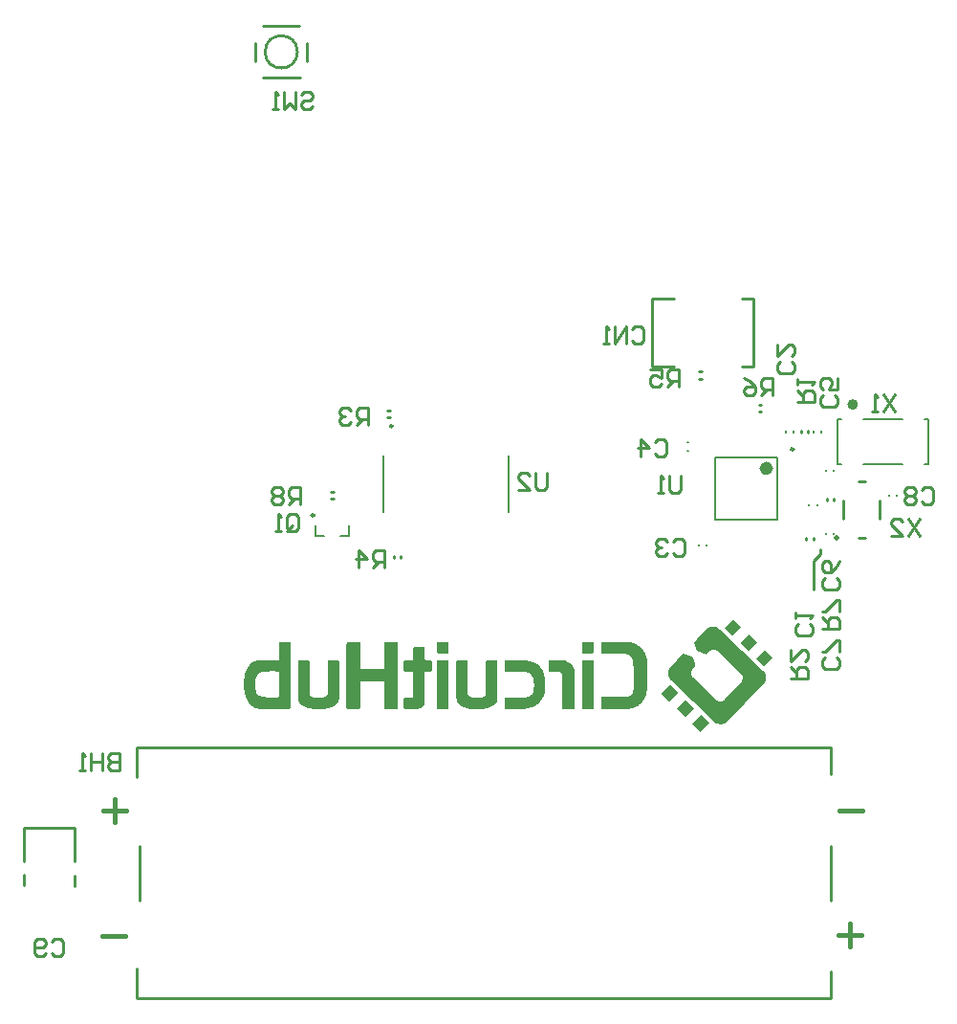
<source format=gbr>
G04*
G04 #@! TF.GenerationSoftware,Altium Limited,Altium Designer,20.2.6 (244)*
G04*
G04 Layer_Color=32896*
%FSLAX44Y44*%
%MOMM*%
G71*
G04*
G04 #@! TF.SameCoordinates,0F27BA18-1C3A-4387-AE1D-EB8F93CB1518*
G04*
G04*
G04 #@! TF.FilePolarity,Positive*
G04*
G01*
G75*
%ADD14C,0.2000*%
%ADD16C,0.4000*%
%ADD51C,0.2540*%
%ADD52C,0.2500*%
%ADD53C,0.6000*%
%ADD54C,0.5000*%
%ADD55C,0.5000*%
%ADD56C,0.1800*%
G36*
X2052434Y1560071D02*
X2055364Y1560069D01*
X2059757Y1560071D01*
X2059758Y1560071D01*
X2059801Y1560071D01*
X2059887Y1560070D01*
X2059973Y1560069D01*
X2060059Y1560067D01*
X2060102Y1560066D01*
Y1560066D01*
X2060137Y1560065D01*
X2060208Y1560062D01*
X2060279Y1560058D01*
X2060349Y1560052D01*
X2060385Y1560048D01*
X2060385Y1560048D01*
X2060414Y1560045D01*
X2060471Y1560038D01*
X2060528Y1560029D01*
X2060584Y1560017D01*
X2060612Y1560011D01*
X2060635Y1560005D01*
X2060681Y1559992D01*
X2060725Y1559977D01*
X2060769Y1559958D01*
X2060790Y1559948D01*
X2060790D01*
X2060809Y1559939D01*
X2060844Y1559918D01*
X2060878Y1559894D01*
X2060910Y1559868D01*
X2060925Y1559854D01*
Y1559854D01*
X2060939Y1559840D01*
X2060966Y1559809D01*
X2060990Y1559776D01*
X2061012Y1559741D01*
X2061021Y1559723D01*
X2061021Y1559723D01*
X2061032Y1559702D01*
X2061051Y1559660D01*
X2061067Y1559616D01*
X2061081Y1559572D01*
X2061086Y1559549D01*
X2061086Y1559549D01*
X2061093Y1559522D01*
X2061105Y1559466D01*
X2061114Y1559411D01*
X2061122Y1559355D01*
X2061125Y1559327D01*
X2061125D01*
X2061132Y1559250D01*
X2061142Y1559096D01*
X2061149Y1558943D01*
X2061150Y1558788D01*
X2061149Y1558712D01*
X2061149Y1553055D01*
Y1547398D01*
X2061149Y1541742D01*
X2061149Y1536085D01*
X2061149Y1530428D01*
X2061149Y1524772D01*
X2061149Y1519115D01*
X2061148Y1513459D01*
X2061148Y1502145D01*
X2061148Y1502138D01*
X2061148Y1502123D01*
X2061149Y1502108D01*
X2061149Y1502093D01*
X2061150Y1502085D01*
X2061150Y1502077D01*
X2061151Y1502062D01*
X2061152Y1502046D01*
X2061154Y1502031D01*
X2061154Y1502023D01*
X2061161Y1501960D01*
X2061167Y1501896D01*
X2061167Y1501896D01*
X2061168Y1501888D01*
X2061170Y1501873D01*
X2061171Y1501857D01*
X2061172Y1501841D01*
X2061173Y1501833D01*
X2061173D01*
X2061173Y1501826D01*
X2061174Y1501811D01*
X2061175Y1501796D01*
X2061175Y1501780D01*
X2061175Y1501773D01*
X2061175Y1501766D01*
X2061175Y1501751D01*
X2061175Y1501737D01*
X2061174Y1501722D01*
X2061174Y1501715D01*
Y1501715D01*
X2061173Y1501708D01*
X2061172Y1501695D01*
X2061170Y1501682D01*
X2061168Y1501668D01*
X2061166Y1501662D01*
X2061164Y1501649D01*
X2061157Y1501626D01*
X2061148Y1501603D01*
X2061136Y1501581D01*
X2061129Y1501570D01*
X2061064Y1501480D01*
X2061064Y1501480D01*
X2061056Y1501469D01*
X2061039Y1501446D01*
X2061022Y1501423D01*
X2061005Y1501401D01*
X2060996Y1501390D01*
X2060988Y1501378D01*
X2060970Y1501356D01*
X2060952Y1501334D01*
X2060935Y1501311D01*
X2060926Y1501301D01*
X2060917Y1501289D01*
X2060898Y1501268D01*
X2060880Y1501246D01*
X2060862Y1501224D01*
X2060852Y1501213D01*
X2060843Y1501203D01*
X2060824Y1501181D01*
X2060805Y1501160D01*
X2060786Y1501139D01*
X2060776Y1501129D01*
X2060766Y1501119D01*
X2060747Y1501098D01*
X2060727Y1501078D01*
X2060707Y1501058D01*
X2060697Y1501048D01*
X2060687Y1501039D01*
X2060667Y1501020D01*
X2060646Y1501001D01*
X2060625Y1500982D01*
X2060615Y1500973D01*
X2060615Y1500973D01*
X2060604Y1500964D01*
X2060583Y1500946D01*
X2060562Y1500928D01*
X2060540Y1500911D01*
X2060529Y1500903D01*
X2060508Y1500886D01*
X2060464Y1500855D01*
X2060418Y1500825D01*
X2060372Y1500797D01*
X2060348Y1500784D01*
X2060339Y1500779D01*
X2060321Y1500770D01*
X2060302Y1500761D01*
X2060282Y1500753D01*
X2060273Y1500750D01*
X2060263Y1500746D01*
X2060242Y1500739D01*
X2060222Y1500733D01*
X2060202Y1500728D01*
X2060191Y1500725D01*
X2060181Y1500723D01*
X2060159Y1500718D01*
X2060137Y1500714D01*
X2060116Y1500711D01*
X2060105Y1500709D01*
X2060094Y1500708D01*
X2060071Y1500705D01*
X2060049Y1500703D01*
X2060026Y1500701D01*
X2060015Y1500701D01*
X2060003Y1500700D01*
X2059980Y1500699D01*
X2059957Y1500698D01*
X2059933Y1500697D01*
X2059922Y1500697D01*
X2059910Y1500697D01*
X2059886Y1500697D01*
X2059862Y1500697D01*
X2059839Y1500697D01*
X2059827Y1500698D01*
X2059815Y1500698D01*
X2059791Y1500699D01*
X2059767Y1500699D01*
X2059743Y1500700D01*
X2059731Y1500701D01*
X2059635Y1500705D01*
Y1500705D01*
X2059612Y1500706D01*
X2059565Y1500708D01*
X2059518Y1500709D01*
X2059471Y1500710D01*
X2059448Y1500710D01*
X2057067Y1500711D01*
X2054687Y1500715D01*
X2052307Y1500721D01*
X2051121D01*
Y1500787D01*
X2049987Y1500790D01*
X2047606Y1500795D01*
X2045226Y1500796D01*
X2042846Y1500794D01*
X2040466Y1500786D01*
X2035706Y1500745D01*
X2035509Y1500742D01*
X2035116Y1500747D01*
X2034723Y1500760D01*
X2034330Y1500783D01*
X2034134Y1500800D01*
X2033947Y1500815D01*
X2033575Y1500856D01*
X2033204Y1500906D01*
X2032834Y1500966D01*
X2032650Y1501001D01*
X2032130Y1501098D01*
X2031109Y1501378D01*
X2030116Y1501744D01*
X2029157Y1502192D01*
X2028698Y1502456D01*
X2028698D01*
X2028397Y1502632D01*
X2027814Y1503014D01*
X2027252Y1503427D01*
X2026713Y1503870D01*
X2026456Y1504106D01*
Y1504106D01*
X2026323Y1504227D01*
X2026064Y1504475D01*
X2025811Y1504730D01*
X2025564Y1504991D01*
X2025444Y1505125D01*
X2025444Y1505125D01*
X2025192Y1505406D01*
X2024712Y1505990D01*
X2024258Y1506594D01*
X2023829Y1507217D01*
X2023628Y1507537D01*
X2023628Y1507537D01*
X2023563Y1507639D01*
X2023436Y1507845D01*
X2023311Y1508053D01*
X2023190Y1508262D01*
X2023130Y1508367D01*
X2023130D01*
X2023012Y1508576D01*
X2022787Y1508999D01*
X2022571Y1509428D01*
X2022366Y1509861D01*
X2022269Y1510080D01*
Y1510080D01*
X2022172Y1510298D01*
X2021987Y1510738D01*
X2021812Y1511182D01*
X2021646Y1511630D01*
X2021568Y1511855D01*
X2021568D01*
X2021489Y1512081D01*
X2021341Y1512535D01*
X2021201Y1512992D01*
X2021068Y1513452D01*
X2021007Y1513683D01*
Y1513683D01*
X2020975Y1513798D01*
X2020915Y1514031D01*
X2020856Y1514263D01*
X2020800Y1514496D01*
X2020772Y1514613D01*
Y1514613D01*
X2020717Y1514848D01*
X2020614Y1515319D01*
X2020516Y1515791D01*
X2020425Y1516264D01*
X2020383Y1516502D01*
Y1516502D01*
X2020383Y1516502D01*
X2020324Y1516836D01*
X2020266Y1517170D01*
X2020208Y1517504D01*
X2020152Y1517838D01*
X2020040Y1525819D01*
X2020047Y1525929D01*
X2020061Y1526148D01*
X2020076Y1526367D01*
X2020093Y1526587D01*
X2020102Y1526696D01*
X2020120Y1526915D01*
X2020162Y1527351D01*
X2020209Y1527787D01*
X2020261Y1528222D01*
X2020290Y1528439D01*
X2020333Y1528764D01*
X2020433Y1529411D01*
X2020547Y1530057D01*
X2020675Y1530699D01*
X2020746Y1531019D01*
X2020746D01*
X2020840Y1531447D01*
X2021057Y1532295D01*
X2021302Y1533136D01*
X2021575Y1533969D01*
X2021725Y1534380D01*
X2021725D01*
X2021768Y1534498D01*
X2021857Y1534733D01*
X2021948Y1534966D01*
X2022042Y1535199D01*
X2022090Y1535314D01*
X2022138Y1535429D01*
X2022237Y1535656D01*
X2022339Y1535882D01*
X2022443Y1536107D01*
X2022497Y1536219D01*
X2022497Y1536219D01*
X2022602Y1536439D01*
X2022826Y1536873D01*
X2023063Y1537300D01*
X2023312Y1537719D01*
X2023443Y1537925D01*
X2023443Y1537925D01*
X2023835Y1538551D01*
X2024756Y1539705D01*
X2025804Y1540745D01*
X2026963Y1541658D01*
X2027592Y1542046D01*
X2028289Y1542480D01*
X2029790Y1543151D01*
X2031367Y1543611D01*
X2032993Y1543853D01*
X2033815Y1543862D01*
X2035396Y1543879D01*
X2036977Y1543890D01*
X2038558Y1543897D01*
X2040139Y1543900D01*
X2041720Y1543901D01*
X2043302Y1543899D01*
X2044883Y1543897D01*
X2046465Y1543895D01*
X2049627Y1543893D01*
X2049671Y1543893D01*
X2049758Y1543894D01*
X2049845Y1543896D01*
X2049933Y1543900D01*
X2049976Y1543903D01*
X2049976Y1543903D01*
X2050013Y1543905D01*
X2050087Y1543911D01*
X2050161Y1543919D01*
X2050235Y1543929D01*
X2050272Y1543935D01*
X2050272Y1543935D01*
X2050303Y1543940D01*
X2050365Y1543952D01*
X2050426Y1543967D01*
X2050487Y1543984D01*
X2050517Y1543993D01*
X2050543Y1544002D01*
X2050595Y1544021D01*
X2050645Y1544044D01*
X2050694Y1544068D01*
X2050718Y1544082D01*
X2050718D01*
X2050739Y1544095D01*
X2050781Y1544123D01*
X2050820Y1544154D01*
X2050858Y1544187D01*
X2050876Y1544205D01*
X2050893Y1544223D01*
X2050926Y1544261D01*
X2050957Y1544302D01*
X2050984Y1544344D01*
X2050997Y1544366D01*
Y1544366D01*
X2051010Y1544390D01*
X2051035Y1544440D01*
X2051056Y1544491D01*
X2051075Y1544543D01*
X2051084Y1544570D01*
X2051084D01*
X2051093Y1544600D01*
X2051110Y1544662D01*
X2051121Y1544710D01*
Y1552063D01*
X2051120Y1553394D01*
X2051120Y1554724D01*
X2051120Y1556055D01*
Y1558716D01*
X2051120D01*
X2051120Y1558757D01*
X2051121Y1558840D01*
X2051122Y1558923D01*
X2051124Y1559006D01*
X2051126Y1559048D01*
X2051127Y1559082D01*
X2051131Y1559151D01*
X2051135Y1559219D01*
X2051142Y1559287D01*
X2051145Y1559321D01*
X2051145Y1559321D01*
X2051148Y1559349D01*
X2051156Y1559405D01*
X2051166Y1559460D01*
X2051178Y1559515D01*
X2051184Y1559542D01*
X2051184D01*
X2051190Y1559565D01*
X2051203Y1559609D01*
X2051219Y1559652D01*
X2051237Y1559695D01*
X2051248Y1559716D01*
X2051248D01*
X2051257Y1559734D01*
X2051277Y1559768D01*
X2051301Y1559801D01*
X2051327Y1559833D01*
X2051341Y1559847D01*
X2051341D01*
X2051355Y1559862D01*
X2051385Y1559888D01*
X2051417Y1559912D01*
X2051451Y1559933D01*
X2051469Y1559943D01*
X2051489Y1559953D01*
X2051530Y1559972D01*
X2051572Y1559988D01*
X2051615Y1560002D01*
X2051637Y1560007D01*
X2051637Y1560007D01*
X2051663Y1560014D01*
X2051716Y1560026D01*
X2051770Y1560036D01*
X2051823Y1560044D01*
X2051850Y1560047D01*
X2051850Y1560047D01*
X2051923Y1560054D01*
X2052069Y1560064D01*
X2052215Y1560070D01*
X2052361Y1560072D01*
X2052434Y1560071D01*
D02*
G37*
G36*
X2101667Y1504915D02*
X2101603Y1504856D01*
X2101473Y1504740D01*
X2101341Y1504627D01*
X2101207Y1504516D01*
X2101140Y1504461D01*
D01*
X2101071Y1504406D01*
X2100932Y1504298D01*
X2100792Y1504192D01*
X2100650Y1504088D01*
X2100579Y1504038D01*
D01*
X2100433Y1503935D01*
X2100137Y1503735D01*
X2099837Y1503542D01*
X2099532Y1503356D01*
X2099378Y1503266D01*
X2099169Y1503143D01*
X2098744Y1502911D01*
X2098313Y1502691D01*
X2097875Y1502484D01*
X2097653Y1502388D01*
D01*
X2097434Y1502292D01*
X2096992Y1502112D01*
X2096545Y1501944D01*
X2096094Y1501786D01*
X2095866Y1501713D01*
X2095866Y1501714D01*
X2095753Y1501677D01*
X2095525Y1501607D01*
X2095297Y1501539D01*
X2095068Y1501473D01*
X2094953Y1501442D01*
X2094838Y1501410D01*
X2094607Y1501350D01*
X2094376Y1501291D01*
X2094144Y1501235D01*
X2094028Y1501208D01*
X2094028Y1501208D01*
X2093911Y1501181D01*
X2093678Y1501129D01*
X2093444Y1501079D01*
X2093209Y1501031D01*
X2093092Y1501008D01*
X2092974Y1500984D01*
X2092738Y1500940D01*
X2092502Y1500897D01*
X2092265Y1500856D01*
X2092147Y1500836D01*
X2091909Y1500797D01*
X2091431Y1500723D01*
X2090953Y1500655D01*
X2090474Y1500591D01*
X2090234Y1500562D01*
X2090065Y1500542D01*
X2089729Y1500503D01*
X2089391Y1500468D01*
X2089054Y1500436D01*
X2088885Y1500421D01*
X2087382Y1500285D01*
X2084365Y1500285D01*
X2081360Y1500561D01*
X2078393Y1501108D01*
X2076941Y1501516D01*
Y1501516D01*
X2076877Y1501534D01*
X2076749Y1501571D01*
X2076621Y1501609D01*
X2076493Y1501649D01*
X2076430Y1501669D01*
D01*
X2076302Y1501709D01*
X2076047Y1501794D01*
X2075794Y1501883D01*
X2075542Y1501975D01*
X2075417Y1502023D01*
D01*
X2075228Y1502095D01*
X2074852Y1502247D01*
X2074480Y1502406D01*
X2074111Y1502572D01*
X2073928Y1502658D01*
D01*
X2073685Y1502773D01*
X2073204Y1503014D01*
X2072728Y1503265D01*
X2072258Y1503527D01*
X2072026Y1503662D01*
X2071922Y1503723D01*
X2071717Y1503849D01*
X2071514Y1503980D01*
X2071315Y1504115D01*
X2071217Y1504185D01*
Y1504185D01*
X2070667Y1504562D01*
X2069713Y1505492D01*
X2068932Y1506572D01*
X2068348Y1507769D01*
X2068163Y1508409D01*
X2068163D01*
X2068132Y1508519D01*
X2068075Y1508739D01*
X2068024Y1508962D01*
X2067979Y1509185D01*
X2067960Y1509297D01*
X2067919Y1509537D01*
X2067861Y1510020D01*
X2067826Y1510504D01*
X2067814Y1510990D01*
X2067820Y1511233D01*
X2067820Y1511233D01*
X2067818Y1511234D01*
X2067841Y1512717D01*
X2067856Y1514200D01*
X2067863Y1515683D01*
X2067864Y1515868D01*
X2067865Y1516239D01*
X2067865Y1516610D01*
X2067866Y1516980D01*
Y1517166D01*
X2067866Y1517166D01*
X2067864Y1518649D01*
X2067859Y1520132D01*
X2067852Y1521615D01*
X2067846Y1523098D01*
X2067839Y1526065D01*
X2067839Y1527065D01*
X2067839Y1528064D01*
X2067838Y1529064D01*
X2067838Y1530064D01*
X2067838Y1531064D01*
X2067838Y1532064D01*
X2067838Y1533064D01*
X2067838Y1534063D01*
X2067839Y1536063D01*
X2067840Y1536713D01*
X2067843Y1537363D01*
X2067846Y1538012D01*
X2067850Y1538662D01*
X2067853Y1539312D01*
X2067856Y1539962D01*
X2067859Y1540612D01*
X2067860Y1541262D01*
X2067860Y1541424D01*
X2067860Y1541749D01*
X2067859Y1542074D01*
X2067858Y1542399D01*
X2067857Y1542561D01*
Y1542561D01*
X2067857Y1542590D01*
X2067858Y1542647D01*
X2067860Y1542705D01*
X2067864Y1542762D01*
X2067866Y1542791D01*
X2067866D01*
X2067868Y1542816D01*
X2067874Y1542867D01*
X2067881Y1542917D01*
X2067890Y1542966D01*
X2067896Y1542991D01*
Y1542991D01*
X2067900Y1543013D01*
X2067912Y1543056D01*
X2067924Y1543099D01*
X2067939Y1543142D01*
X2067947Y1543163D01*
D01*
X2067961Y1543200D01*
X2067998Y1543270D01*
X2068041Y1543336D01*
X2068092Y1543397D01*
X2068121Y1543424D01*
X2068121Y1543425D01*
X2068135Y1543438D01*
X2068164Y1543463D01*
X2068195Y1543486D01*
X2068228Y1543507D01*
X2068244Y1543517D01*
X2068262Y1543528D01*
X2068299Y1543547D01*
X2068337Y1543564D01*
X2068375Y1543579D01*
X2068394Y1543586D01*
Y1543586D01*
X2068416Y1543594D01*
X2068460Y1543607D01*
X2068504Y1543618D01*
X2068549Y1543628D01*
X2068572Y1543632D01*
Y1543632D01*
X2068626Y1543641D01*
X2068736Y1543654D01*
X2068846Y1543661D01*
X2068956Y1543663D01*
X2069012Y1543661D01*
D01*
Y1543661D01*
X2069675Y1543649D01*
X2070339Y1543641D01*
X2071003Y1543636D01*
X2071668Y1543634D01*
X2072332D01*
X2072996Y1543635D01*
X2073660Y1543638D01*
X2074325Y1543640D01*
X2075653Y1543643D01*
X2076260Y1543640D01*
X2076321Y1543640D01*
X2076442Y1543637D01*
X2076564Y1543633D01*
X2076685Y1543628D01*
X2076746Y1543624D01*
X2076746Y1543624D01*
X2076794Y1543621D01*
X2076888Y1543613D01*
X2076983Y1543602D01*
X2077077Y1543589D01*
X2077124Y1543580D01*
D01*
X2077161Y1543574D01*
X2077234Y1543557D01*
X2077305Y1543535D01*
X2077375Y1543510D01*
X2077409Y1543495D01*
D01*
X2077437Y1543482D01*
X2077492Y1543451D01*
X2077543Y1543416D01*
X2077591Y1543376D01*
X2077613Y1543353D01*
X2077613Y1543353D01*
X2077635Y1543331D01*
X2077674Y1543281D01*
X2077708Y1543228D01*
X2077738Y1543172D01*
X2077750Y1543143D01*
X2077750Y1543143D01*
X2077764Y1543107D01*
X2077789Y1543035D01*
X2077810Y1542962D01*
X2077827Y1542887D01*
X2077833Y1542849D01*
X2077833Y1542849D01*
X2077841Y1542800D01*
X2077854Y1542703D01*
X2077865Y1542605D01*
X2077873Y1542507D01*
X2077876Y1542458D01*
X2077876Y1542458D01*
X2077882Y1542317D01*
X2077890Y1542035D01*
X2077895Y1541752D01*
X2077895Y1541470D01*
X2077894Y1541329D01*
D01*
Y1541329D01*
X2077895Y1538646D01*
X2077897Y1535963D01*
X2077899Y1533280D01*
X2077900Y1530597D01*
X2077901Y1527914D01*
X2077900Y1525232D01*
X2077897Y1522549D01*
X2077891Y1519866D01*
X2077870Y1514500D01*
X2077870Y1514455D01*
X2077871Y1514364D01*
X2077874Y1514272D01*
X2077879Y1514181D01*
X2077883Y1514135D01*
X2077886Y1514093D01*
X2077895Y1514008D01*
X2077906Y1513923D01*
X2077919Y1513839D01*
X2077926Y1513797D01*
D01*
X2077933Y1513757D01*
X2077949Y1513678D01*
X2077967Y1513600D01*
X2077988Y1513522D01*
X2077999Y1513483D01*
X2077999Y1513483D01*
X2078021Y1513410D01*
X2078072Y1513267D01*
X2078131Y1513127D01*
X2078199Y1512990D01*
X2078236Y1512924D01*
X2078274Y1512860D01*
X2078357Y1512735D01*
X2078447Y1512616D01*
X2078544Y1512502D01*
X2078595Y1512448D01*
X2078622Y1512420D01*
X2078678Y1512366D01*
X2078734Y1512313D01*
X2078792Y1512262D01*
X2078822Y1512237D01*
X2078886Y1512185D01*
X2079018Y1512086D01*
X2079155Y1511992D01*
X2079296Y1511905D01*
X2079368Y1511864D01*
X2079368D01*
X2079512Y1511784D01*
X2079548Y1511764D01*
X2079621Y1511725D01*
X2079694Y1511685D01*
X2079768Y1511647D01*
X2079804Y1511628D01*
X2079804Y1511628D01*
X2079841Y1511609D01*
X2079915Y1511572D01*
X2079990Y1511535D01*
X2080064Y1511498D01*
X2080102Y1511481D01*
D01*
X2080139Y1511463D01*
X2080214Y1511428D01*
X2080290Y1511393D01*
X2080366Y1511360D01*
X2080404Y1511343D01*
X2080461Y1511319D01*
X2080575Y1511272D01*
X2080690Y1511226D01*
X2080806Y1511182D01*
X2080864Y1511161D01*
D01*
X2081437Y1510971D01*
X2082603Y1510663D01*
X2083790Y1510451D01*
X2084991Y1510338D01*
X2085594Y1510319D01*
X2085594D01*
X2085995Y1510319D01*
X2086799Y1510348D01*
X2087600Y1510416D01*
X2088396Y1510521D01*
X2088793Y1510588D01*
X2088793Y1510588D01*
X2088887Y1510606D01*
X2089076Y1510643D01*
X2089264Y1510682D01*
X2089451Y1510725D01*
X2089545Y1510748D01*
Y1510748D01*
X2089639Y1510771D01*
X2089826Y1510820D01*
X2090013Y1510871D01*
X2090199Y1510925D01*
X2090292Y1510953D01*
X2090292D01*
X2090385Y1510982D01*
X2090570Y1511041D01*
X2090754Y1511102D01*
X2090938Y1511166D01*
X2091029Y1511199D01*
X2091211Y1511266D01*
X2091572Y1511405D01*
X2091929Y1511553D01*
X2092284Y1511709D01*
X2092460Y1511790D01*
X2092502Y1511810D01*
X2092587Y1511852D01*
X2092670Y1511896D01*
X2092752Y1511942D01*
X2092792Y1511966D01*
D01*
X2092831Y1511989D01*
X2092906Y1512038D01*
X2092980Y1512088D01*
X2093053Y1512141D01*
X2093089Y1512168D01*
X2093089Y1512168D01*
X2093156Y1512221D01*
X2093285Y1512334D01*
X2093406Y1512455D01*
X2093519Y1512583D01*
X2093573Y1512650D01*
Y1512650D01*
X2093624Y1512718D01*
X2093719Y1512860D01*
X2093805Y1513007D01*
X2093881Y1513160D01*
X2093915Y1513238D01*
X2093932Y1513279D01*
X2093964Y1513361D01*
X2093994Y1513445D01*
X2094021Y1513529D01*
X2094033Y1513572D01*
X2094046Y1513616D01*
X2094069Y1513706D01*
X2094090Y1513796D01*
X2094108Y1513887D01*
X2094116Y1513933D01*
X2094116D01*
X2094132Y1514033D01*
X2094157Y1514233D01*
X2094173Y1514434D01*
X2094179Y1514636D01*
X2094179Y1514737D01*
D01*
X2094164Y1517495D01*
X2094154Y1520253D01*
X2094148Y1523010D01*
X2094144Y1525768D01*
X2094143Y1528526D01*
X2094144Y1531284D01*
X2094148Y1536799D01*
X2094151Y1542315D01*
X2094150Y1542356D01*
X2094151Y1542437D01*
X2094152Y1542518D01*
X2094154Y1542600D01*
X2094156Y1542641D01*
Y1542641D01*
X2094157Y1542674D01*
X2094161Y1542741D01*
X2094166Y1542808D01*
X2094172Y1542875D01*
X2094176Y1542909D01*
X2094179Y1542936D01*
X2094187Y1542991D01*
X2094196Y1543045D01*
X2094208Y1543099D01*
X2094215Y1543125D01*
X2094221Y1543147D01*
X2094234Y1543191D01*
X2094250Y1543234D01*
X2094269Y1543275D01*
X2094279Y1543295D01*
X2094279D01*
X2094288Y1543313D01*
X2094310Y1543348D01*
X2094333Y1543380D01*
X2094359Y1543411D01*
X2094373Y1543425D01*
X2094388Y1543439D01*
X2094418Y1543465D01*
X2094451Y1543488D01*
X2094485Y1543509D01*
X2094503Y1543519D01*
X2094523Y1543529D01*
X2094565Y1543547D01*
X2094608Y1543563D01*
X2094651Y1543577D01*
X2094673Y1543582D01*
X2094700Y1543589D01*
X2094754Y1543600D01*
X2094808Y1543610D01*
X2094862Y1543618D01*
X2094890Y1543620D01*
X2094890Y1543621D01*
X2094963Y1543628D01*
X2095111Y1543638D01*
X2095259Y1543644D01*
X2095407Y1543646D01*
X2095481Y1543645D01*
X2095481D01*
Y1543645D01*
X2096228Y1543644D01*
X2096976Y1543643D01*
X2097723Y1543643D01*
X2098470Y1543643D01*
X2099218Y1543643D01*
X2099965Y1543643D01*
X2100712Y1543644D01*
X2101460Y1543644D01*
X2102954Y1543645D01*
X2102989Y1543645D01*
X2103058Y1543644D01*
X2103127Y1543643D01*
X2103197Y1543640D01*
X2103231Y1543639D01*
X2103231D01*
X2103260Y1543637D01*
X2103318Y1543633D01*
X2103377Y1543628D01*
X2103435Y1543621D01*
X2103463Y1543618D01*
X2103463Y1543618D01*
X2103488Y1543614D01*
X2103536Y1543606D01*
X2103584Y1543596D01*
X2103631Y1543584D01*
X2103655Y1543577D01*
D01*
X2103675Y1543571D01*
X2103714Y1543558D01*
X2103753Y1543542D01*
X2103790Y1543524D01*
X2103808Y1543514D01*
Y1543514D01*
X2103825Y1543505D01*
X2103857Y1543484D01*
X2103887Y1543462D01*
X2103915Y1543437D01*
X2103929Y1543424D01*
D01*
X2103942Y1543410D01*
X2103967Y1543382D01*
X2103989Y1543351D01*
X2104010Y1543319D01*
X2104019Y1543303D01*
Y1543303D01*
X2104029Y1543284D01*
X2104047Y1543246D01*
X2104063Y1543207D01*
X2104077Y1543167D01*
X2104082Y1543147D01*
Y1543147D01*
X2104089Y1543123D01*
X2104101Y1543075D01*
X2104112Y1543026D01*
X2104120Y1542977D01*
X2104123Y1542952D01*
D01*
X2104123D01*
X2104131Y1542888D01*
X2104143Y1542758D01*
X2104150Y1542627D01*
X2104153Y1542497D01*
X2104152Y1542432D01*
X2104152D01*
X2104152D01*
X2104153Y1539232D01*
X2104154Y1536033D01*
X2104155Y1532834D01*
X2104155Y1529634D01*
X2104155Y1526435D01*
X2104151Y1520036D01*
X2104141Y1510438D01*
X2104141Y1510388D01*
X2104140Y1510289D01*
X2104136Y1510190D01*
X2104132Y1510092D01*
X2104129Y1510042D01*
X2104126Y1509992D01*
X2104118Y1509893D01*
X2104109Y1509794D01*
X2104098Y1509695D01*
X2104093Y1509645D01*
X2104093D01*
X2104087Y1509595D01*
X2104073Y1509496D01*
X2104059Y1509397D01*
X2104043Y1509299D01*
X2104035Y1509249D01*
X2104018Y1509151D01*
X2103980Y1508956D01*
X2103938Y1508761D01*
X2103891Y1508567D01*
X2103866Y1508471D01*
X2103866D01*
X2103819Y1508294D01*
X2103708Y1507944D01*
X2103580Y1507601D01*
X2103433Y1507265D01*
X2103350Y1507101D01*
X2103272Y1506946D01*
X2103100Y1506643D01*
X2102913Y1506348D01*
X2102712Y1506063D01*
X2102605Y1505926D01*
X2102605D01*
X2102552Y1505858D01*
X2102443Y1505724D01*
X2102331Y1505593D01*
X2102216Y1505465D01*
X2102157Y1505401D01*
Y1505401D01*
X2102099Y1505338D01*
X2101978Y1505214D01*
X2101856Y1505092D01*
X2101731Y1504973D01*
X2101667Y1504914D01*
Y1504915D01*
D02*
G37*
G36*
X2153976Y1500721D02*
X2152988Y1500719D01*
X2152000Y1500719D01*
X2151013Y1500720D01*
X2150025Y1500723D01*
X2149037Y1500726D01*
X2148049Y1500729D01*
X2147062Y1500731D01*
X2145086Y1500733D01*
X2145064Y1500733D01*
X2145020Y1500734D01*
X2144976Y1500736D01*
X2144932Y1500739D01*
X2144910Y1500741D01*
X2144910D01*
X2144890Y1500742D01*
X2144850Y1500747D01*
X2144810Y1500752D01*
X2144771Y1500759D01*
X2144751Y1500763D01*
X2144751Y1500763D01*
X2144734Y1500766D01*
X2144698Y1500775D01*
X2144663Y1500784D01*
X2144628Y1500795D01*
X2144611Y1500802D01*
X2144611D01*
X2144596Y1500807D01*
X2144565Y1500820D01*
X2144534Y1500834D01*
X2144504Y1500849D01*
X2144490Y1500858D01*
D01*
X2144462Y1500873D01*
X2144411Y1500911D01*
X2144364Y1500953D01*
X2144322Y1501001D01*
X2144303Y1501026D01*
X2144294Y1501040D01*
X2144276Y1501068D01*
X2144260Y1501097D01*
X2144246Y1501126D01*
X2144239Y1501141D01*
X2144232Y1501158D01*
X2144220Y1501192D01*
X2144208Y1501226D01*
X2144199Y1501261D01*
X2144195Y1501278D01*
X2144195Y1501278D01*
X2144185Y1501320D01*
X2144173Y1501406D01*
X2144165Y1501492D01*
X2144163Y1501578D01*
X2144165Y1501621D01*
X2144165D01*
X2144166Y1501639D01*
X2144167Y1501674D01*
X2144167Y1501710D01*
X2144168Y1501745D01*
X2144168Y1501763D01*
X2144168Y1501763D01*
X2144168Y1501781D01*
X2144168Y1501816D01*
X2144168Y1501852D01*
X2144167Y1501887D01*
X2144167Y1501905D01*
Y1501905D01*
X2144167D01*
X2144164Y1502047D01*
X2144159Y1502189D01*
X2144153Y1502331D01*
X2144146Y1502473D01*
X2144139Y1502616D01*
X2144134Y1502758D01*
X2144133Y1502793D01*
X2144131Y1502864D01*
X2144129Y1502935D01*
X2144129Y1503007D01*
X2144129Y1503042D01*
Y1503042D01*
X2144128Y1505042D01*
X2144127Y1507042D01*
X2144127Y1509042D01*
X2144127Y1511042D01*
X2144127Y1513042D01*
X2144127Y1515042D01*
X2144127Y1517041D01*
X2144126Y1519041D01*
X2144126Y1523041D01*
X2144126Y1523110D01*
X2144126Y1523249D01*
X2144124Y1523387D01*
X2144122Y1523526D01*
X2144121Y1523595D01*
X2144121Y1523595D01*
X2144120Y1523652D01*
X2144116Y1523764D01*
X2144110Y1523877D01*
X2144103Y1523989D01*
X2144099Y1524045D01*
X2144095Y1524090D01*
X2144085Y1524179D01*
X2144073Y1524268D01*
X2144057Y1524357D01*
X2144048Y1524401D01*
X2144041Y1524436D01*
X2144023Y1524505D01*
X2144001Y1524574D01*
X2143974Y1524641D01*
X2143960Y1524674D01*
X2143960D01*
X2143947Y1524701D01*
X2143916Y1524754D01*
X2143882Y1524805D01*
X2143843Y1524852D01*
X2143822Y1524875D01*
Y1524875D01*
X2143800Y1524896D01*
X2143754Y1524935D01*
X2143704Y1524970D01*
X2143652Y1525001D01*
X2143625Y1525014D01*
Y1525014D01*
X2143593Y1525029D01*
X2143527Y1525056D01*
X2143460Y1525078D01*
X2143392Y1525096D01*
X2143357Y1525104D01*
X2143357D01*
Y1525104D01*
X2143314Y1525113D01*
X2143227Y1525128D01*
X2143140Y1525141D01*
X2143052Y1525151D01*
X2143008Y1525155D01*
X2143008D01*
X2142885Y1525163D01*
X2142639Y1525175D01*
X2142393Y1525181D01*
X2142147Y1525183D01*
X2142024Y1525182D01*
X2142024D01*
X2142024D01*
X2138491Y1525182D01*
X2134958Y1525182D01*
X2133192Y1525182D01*
X2131425Y1525182D01*
X2129659Y1525182D01*
X2127893Y1525182D01*
X2124360Y1525183D01*
X2124316Y1525182D01*
X2124228Y1525181D01*
X2124140Y1525179D01*
X2124052Y1525175D01*
X2124008Y1525173D01*
Y1525173D01*
X2123971Y1525170D01*
X2123896Y1525164D01*
X2123822Y1525156D01*
X2123748Y1525147D01*
X2123711Y1525141D01*
D01*
X2123679Y1525136D01*
X2123617Y1525124D01*
X2123555Y1525109D01*
X2123493Y1525092D01*
X2123463Y1525083D01*
X2123463Y1525083D01*
X2123437Y1525074D01*
X2123385Y1525055D01*
X2123335Y1525033D01*
X2123286Y1525008D01*
X2123262Y1524995D01*
Y1524995D01*
X2123240Y1524982D01*
X2123198Y1524954D01*
X2123158Y1524923D01*
X2123120Y1524890D01*
X2123102Y1524872D01*
X2123085Y1524854D01*
X2123051Y1524816D01*
X2123021Y1524776D01*
X2122993Y1524734D01*
X2122980Y1524712D01*
X2122980D01*
X2122967Y1524688D01*
X2122943Y1524638D01*
X2122921Y1524587D01*
X2122901Y1524535D01*
X2122893Y1524509D01*
D01*
X2122883Y1524478D01*
X2122867Y1524417D01*
X2122852Y1524354D01*
X2122840Y1524292D01*
X2122835Y1524260D01*
D01*
X2122824Y1524179D01*
X2122808Y1524016D01*
X2122797Y1523852D01*
X2122793Y1523688D01*
X2122794Y1523606D01*
Y1523606D01*
Y1502352D01*
X2122794Y1502300D01*
X2122794Y1502195D01*
X2122793Y1502090D01*
X2122791Y1501985D01*
X2122790Y1501932D01*
X2122790Y1501932D01*
X2122789Y1501890D01*
X2122787Y1501804D01*
X2122782Y1501719D01*
X2122777Y1501633D01*
X2122773Y1501591D01*
X2122773Y1501591D01*
X2122771Y1501556D01*
X2122763Y1501488D01*
X2122753Y1501420D01*
X2122741Y1501352D01*
X2122734Y1501319D01*
X2122734Y1501319D01*
X2122728Y1501292D01*
X2122714Y1501238D01*
X2122697Y1501185D01*
X2122676Y1501134D01*
X2122664Y1501109D01*
X2122654Y1501087D01*
X2122630Y1501046D01*
X2122603Y1501007D01*
X2122572Y1500970D01*
X2122556Y1500953D01*
Y1500953D01*
X2122539Y1500936D01*
X2122502Y1500905D01*
X2122463Y1500877D01*
X2122422Y1500853D01*
X2122400Y1500843D01*
X2122375Y1500831D01*
X2122323Y1500809D01*
X2122270Y1500791D01*
X2122216Y1500776D01*
X2122189Y1500770D01*
X2122189Y1500770D01*
X2122155Y1500763D01*
X2122086Y1500750D01*
X2122017Y1500739D01*
X2121948Y1500731D01*
X2121913Y1500728D01*
X2121816Y1500720D01*
X2121622Y1500709D01*
X2121428Y1500702D01*
X2121233Y1500699D01*
X2121136Y1500700D01*
D01*
X2121136D01*
X2120332Y1500695D01*
X2119528Y1500690D01*
X2118724Y1500687D01*
X2117921Y1500683D01*
X2117117Y1500682D01*
X2116313Y1500681D01*
X2115510Y1500682D01*
X2114706Y1500686D01*
X2113099Y1500700D01*
X2112429Y1500704D01*
X2112364Y1500704D01*
X2112232Y1500706D01*
X2112101Y1500707D01*
X2111970Y1500710D01*
X2111904Y1500712D01*
X2111904Y1500712D01*
X2111854Y1500713D01*
X2111754Y1500717D01*
X2111655Y1500724D01*
X2111555Y1500733D01*
X2111506Y1500739D01*
D01*
X2111469Y1500742D01*
X2111396Y1500755D01*
X2111324Y1500771D01*
X2111253Y1500791D01*
X2111218Y1500803D01*
X2111218Y1500803D01*
X2111190Y1500813D01*
X2111138Y1500837D01*
X2111088Y1500867D01*
X2111042Y1500903D01*
X2111021Y1500923D01*
X2111021D01*
X2111001Y1500943D01*
X2110965Y1500988D01*
X2110935Y1501036D01*
X2110909Y1501088D01*
X2110900Y1501115D01*
X2110900Y1501115D01*
X2110887Y1501149D01*
X2110867Y1501218D01*
X2110851Y1501289D01*
X2110839Y1501361D01*
X2110835Y1501397D01*
X2110835D01*
X2110830Y1501445D01*
X2110821Y1501543D01*
X2110815Y1501640D01*
X2110811Y1501737D01*
X2110811Y1501786D01*
Y1501786D01*
Y1501786D01*
X2110810Y1502958D01*
X2110811Y1502956D01*
X2110805Y1505701D01*
X2110802Y1508445D01*
X2110800Y1511190D01*
X2110799Y1513935D01*
X2110799Y1516679D01*
X2110799Y1519424D01*
X2110800Y1522168D01*
X2110801Y1524913D01*
X2110803Y1530402D01*
X2110803Y1533130D01*
X2110802Y1535858D01*
X2110802Y1538586D01*
X2110802Y1541314D01*
X2110802Y1544042D01*
X2110802Y1546770D01*
Y1549497D01*
X2110802Y1552225D01*
X2110803Y1557681D01*
Y1557698D01*
X2110803Y1557731D01*
X2110803Y1557765D01*
X2110804Y1557798D01*
X2110804Y1557815D01*
X2110804D01*
Y1557815D01*
X2110807Y1557949D01*
X2110812Y1558083D01*
X2110817Y1558217D01*
X2110822Y1558350D01*
X2110827Y1558484D01*
X2110831Y1558618D01*
X2110832Y1558752D01*
X2110832Y1558785D01*
X2110831Y1558852D01*
X2110830Y1558918D01*
X2110828Y1558985D01*
X2110826Y1559019D01*
X2110825Y1559047D01*
X2110823Y1559103D01*
X2110823Y1559160D01*
X2110825Y1559216D01*
X2110826Y1559244D01*
D01*
X2110828Y1559269D01*
X2110832Y1559318D01*
X2110838Y1559366D01*
X2110846Y1559415D01*
X2110851Y1559438D01*
Y1559439D01*
X2110855Y1559460D01*
X2110866Y1559501D01*
X2110878Y1559543D01*
X2110892Y1559583D01*
X2110900Y1559603D01*
X2110900Y1559603D01*
X2110914Y1559638D01*
X2110951Y1559705D01*
X2110994Y1559768D01*
X2111045Y1559825D01*
X2111074Y1559850D01*
Y1559850D01*
X2111088Y1559862D01*
X2111118Y1559885D01*
X2111149Y1559907D01*
X2111181Y1559926D01*
X2111197Y1559935D01*
X2111197Y1559935D01*
X2111215Y1559945D01*
X2111252Y1559963D01*
X2111289Y1559978D01*
X2111327Y1559993D01*
X2111346Y1559999D01*
X2111346Y1559999D01*
X2111367Y1560005D01*
X2111410Y1560018D01*
X2111454Y1560028D01*
X2111497Y1560037D01*
X2111519Y1560041D01*
X2111519D01*
X2111571Y1560049D01*
X2111676Y1560061D01*
X2111781Y1560068D01*
X2111887Y1560071D01*
X2111940Y1560070D01*
X2111940Y1560070D01*
X2112886Y1560061D01*
X2113832Y1560056D01*
X2114778Y1560052D01*
X2115724Y1560051D01*
X2116670Y1560050D01*
X2117616Y1560051D01*
X2118562Y1560052D01*
X2119508Y1560054D01*
X2121400Y1560056D01*
X2121443Y1560056D01*
X2121529Y1560056D01*
X2121615Y1560055D01*
X2121702Y1560053D01*
X2121745Y1560052D01*
D01*
X2121780Y1560051D01*
X2121851Y1560047D01*
X2121922Y1560043D01*
X2121993Y1560037D01*
X2122028Y1560034D01*
X2122028D01*
X2122057Y1560031D01*
X2122114Y1560023D01*
X2122171Y1560014D01*
X2122228Y1560002D01*
X2122256Y1559996D01*
X2122279Y1559990D01*
X2122325Y1559977D01*
X2122369Y1559961D01*
X2122413Y1559943D01*
X2122434Y1559933D01*
D01*
X2122453Y1559924D01*
X2122489Y1559902D01*
X2122522Y1559879D01*
X2122554Y1559853D01*
X2122569Y1559838D01*
X2122584Y1559824D01*
X2122611Y1559793D01*
X2122635Y1559760D01*
X2122657Y1559725D01*
X2122666Y1559707D01*
X2122677Y1559686D01*
X2122696Y1559643D01*
X2122712Y1559599D01*
X2122726Y1559555D01*
X2122731Y1559532D01*
X2122738Y1559505D01*
X2122750Y1559449D01*
X2122760Y1559393D01*
X2122768Y1559337D01*
X2122771Y1559309D01*
X2122778Y1559232D01*
X2122788Y1559078D01*
X2122794Y1558924D01*
X2122796Y1558769D01*
X2122795Y1558692D01*
D01*
X2122795Y1556567D01*
X2122795Y1554441D01*
X2122795Y1552316D01*
X2122795Y1550190D01*
X2122794Y1548065D01*
X2122794Y1545940D01*
X2122794Y1543814D01*
X2122794Y1541689D01*
X2122793Y1537438D01*
X2122793Y1537393D01*
X2122794Y1537302D01*
X2122796Y1537211D01*
X2122798Y1537120D01*
X2122800Y1537074D01*
Y1537074D01*
X2122801Y1537036D01*
X2122805Y1536961D01*
X2122811Y1536886D01*
X2122818Y1536811D01*
X2122822Y1536773D01*
X2122822Y1536773D01*
X2122826Y1536742D01*
X2122835Y1536681D01*
X2122846Y1536620D01*
X2122859Y1536559D01*
X2122866Y1536529D01*
X2122866Y1536529D01*
X2122873Y1536504D01*
X2122888Y1536455D01*
X2122906Y1536407D01*
X2122927Y1536359D01*
X2122938Y1536336D01*
X2122938D01*
X2122949Y1536316D01*
X2122973Y1536277D01*
X2122999Y1536240D01*
X2123028Y1536205D01*
X2123044Y1536189D01*
X2123060Y1536173D01*
X2123094Y1536143D01*
X2123131Y1536116D01*
X2123169Y1536092D01*
X2123189Y1536081D01*
X2123212Y1536070D01*
X2123258Y1536048D01*
X2123306Y1536030D01*
X2123354Y1536014D01*
X2123379Y1536008D01*
X2123409Y1536000D01*
X2123469Y1535986D01*
X2123529Y1535975D01*
X2123590Y1535966D01*
X2123620Y1535962D01*
D01*
X2123702Y1535954D01*
X2123867Y1535942D01*
X2124032Y1535934D01*
X2124196Y1535932D01*
X2124279Y1535932D01*
X2124279D01*
Y1535932D01*
X2125677Y1535932D01*
X2127075Y1535932D01*
X2128473Y1535932D01*
X2129871Y1535931D01*
X2131269D01*
X2132667Y1535932D01*
X2135463Y1535932D01*
X2138259Y1535932D01*
X2138728Y1535932D01*
X2139197Y1535933D01*
X2139666Y1535935D01*
X2140135Y1535936D01*
X2140604Y1535937D01*
X2141073Y1535938D01*
X2141542Y1535937D01*
X2142011Y1535935D01*
X2142948Y1535927D01*
X2142974Y1535926D01*
X2143026Y1535927D01*
X2143079Y1535929D01*
X2143131Y1535932D01*
X2143157Y1535934D01*
X2143157D01*
X2143180Y1535936D01*
X2143227Y1535942D01*
X2143273Y1535950D01*
X2143320Y1535958D01*
X2143343Y1535963D01*
X2143364Y1535968D01*
X2143405Y1535979D01*
X2143447Y1535992D01*
X2143487Y1536006D01*
X2143507Y1536013D01*
Y1536013D01*
X2143561Y1536036D01*
X2143663Y1536093D01*
X2143757Y1536163D01*
X2143839Y1536246D01*
X2143876Y1536292D01*
X2143887Y1536308D01*
X2143910Y1536340D01*
X2143930Y1536374D01*
X2143950Y1536409D01*
X2143959Y1536427D01*
Y1536427D01*
X2143968Y1536445D01*
X2143985Y1536484D01*
X2144001Y1536523D01*
X2144016Y1536563D01*
X2144022Y1536583D01*
Y1536583D01*
X2144036Y1536629D01*
X2144059Y1536721D01*
X2144077Y1536815D01*
X2144090Y1536910D01*
X2144094Y1536958D01*
D01*
X2144094D01*
X2144102Y1537058D01*
X2144108Y1537158D01*
X2144113Y1537258D01*
X2144117Y1537358D01*
X2144120Y1537459D01*
X2144122Y1537559D01*
X2144123Y1537659D01*
X2144124Y1537760D01*
X2144124Y1537785D01*
X2144124Y1537835D01*
X2144124Y1537885D01*
X2144124Y1537935D01*
Y1537961D01*
X2144124D01*
X2144124Y1539207D01*
X2144125Y1540454D01*
X2144125Y1541701D01*
X2144125Y1546688D01*
X2144126Y1547935D01*
X2144126Y1550428D01*
X2144127Y1551273D01*
X2144127Y1552119D01*
X2144127Y1552964D01*
X2144128Y1553809D01*
X2144129Y1554654D01*
X2144131Y1555499D01*
X2144135Y1556344D01*
X2144139Y1557189D01*
X2144155Y1558879D01*
X2144155Y1558917D01*
X2144157Y1558993D01*
X2144159Y1559068D01*
X2144162Y1559144D01*
X2144164Y1559182D01*
X2144165Y1559213D01*
X2144169Y1559274D01*
X2144174Y1559336D01*
X2144180Y1559397D01*
X2144184Y1559428D01*
D01*
X2144186Y1559453D01*
X2144194Y1559502D01*
X2144203Y1559551D01*
X2144214Y1559599D01*
X2144220Y1559623D01*
X2144220Y1559623D01*
X2144220Y1559623D01*
X2144225Y1559643D01*
X2144238Y1559681D01*
X2144252Y1559719D01*
X2144269Y1559756D01*
X2144278Y1559774D01*
D01*
X2144287Y1559789D01*
X2144306Y1559819D01*
X2144327Y1559846D01*
X2144351Y1559873D01*
X2144364Y1559885D01*
Y1559885D01*
X2144377Y1559897D01*
X2144404Y1559918D01*
X2144434Y1559938D01*
X2144465Y1559955D01*
X2144481Y1559962D01*
Y1559962D01*
X2144500Y1559971D01*
X2144538Y1559985D01*
X2144576Y1559998D01*
X2144616Y1560008D01*
X2144636Y1560013D01*
X2144636D01*
X2144660Y1560018D01*
X2144709Y1560026D01*
X2144759Y1560033D01*
X2144808Y1560039D01*
X2144833Y1560041D01*
X2144833D01*
X2144901Y1560046D01*
X2145036Y1560053D01*
X2145172Y1560057D01*
X2145308Y1560058D01*
X2145376Y1560057D01*
X2145376Y1560057D01*
X2146314Y1560056D01*
X2147252Y1560056D01*
X2148190Y1560056D01*
X2149127Y1560056D01*
X2150065Y1560056D01*
X2151003Y1560056D01*
X2151940Y1560056D01*
X2152878Y1560056D01*
X2154753Y1560057D01*
X2154795Y1560057D01*
X2154880Y1560057D01*
X2154965Y1560056D01*
X2155050Y1560054D01*
X2155093Y1560052D01*
D01*
X2155128Y1560052D01*
X2155198Y1560048D01*
X2155267Y1560044D01*
X2155337Y1560038D01*
X2155372Y1560034D01*
X2155372D01*
X2155400Y1560032D01*
X2155457Y1560024D01*
X2155513Y1560015D01*
X2155568Y1560003D01*
X2155596Y1559997D01*
X2155619Y1559991D01*
X2155663Y1559978D01*
X2155707Y1559962D01*
X2155750Y1559944D01*
X2155771Y1559933D01*
Y1559933D01*
X2155789Y1559924D01*
X2155824Y1559903D01*
X2155857Y1559879D01*
X2155888Y1559852D01*
X2155903Y1559838D01*
X2155917Y1559823D01*
X2155943Y1559791D01*
X2155967Y1559758D01*
X2155988Y1559722D01*
X2155997Y1559704D01*
X2155997Y1559704D01*
X2156007Y1559683D01*
X2156026Y1559639D01*
X2156041Y1559595D01*
X2156055Y1559549D01*
X2156060Y1559526D01*
X2156060D01*
X2156067Y1559498D01*
X2156078Y1559441D01*
X2156087Y1559384D01*
X2156095Y1559327D01*
X2156098Y1559298D01*
X2156104Y1559219D01*
X2156114Y1559061D01*
X2156120Y1558903D01*
X2156122Y1558745D01*
X2156121Y1558666D01*
Y1558666D01*
X2156121Y1555795D01*
X2156120Y1552925D01*
X2156120Y1550055D01*
X2156120Y1547185D01*
X2156120Y1544315D01*
X2156120Y1541445D01*
X2156120Y1538575D01*
X2156119Y1535705D01*
X2156119Y1529964D01*
X2156119Y1527169D01*
X2156119Y1524375D01*
X2156119Y1521580D01*
X2156120Y1518785D01*
X2156120Y1515990D01*
X2156120Y1513195D01*
Y1510401D01*
X2156120Y1507606D01*
X2156119Y1502016D01*
X2156119Y1501979D01*
X2156119Y1501905D01*
X2156117Y1501830D01*
X2156115Y1501756D01*
X2156114Y1501719D01*
X2156113Y1501688D01*
X2156110Y1501626D01*
X2156105Y1501564D01*
X2156099Y1501501D01*
X2156096Y1501470D01*
D01*
X2156093Y1501444D01*
X2156086Y1501393D01*
X2156077Y1501341D01*
X2156067Y1501290D01*
X2156061Y1501265D01*
X2156061Y1501265D01*
X2156056Y1501244D01*
X2156044Y1501202D01*
X2156029Y1501160D01*
X2156013Y1501120D01*
X2156004Y1501100D01*
Y1501100D01*
X2155996Y1501082D01*
X2155977Y1501048D01*
X2155956Y1501016D01*
X2155933Y1500985D01*
X2155921Y1500970D01*
Y1500970D01*
X2155908Y1500956D01*
X2155882Y1500930D01*
X2155853Y1500905D01*
X2155823Y1500883D01*
X2155807Y1500873D01*
Y1500873D01*
X2155790Y1500862D01*
X2155754Y1500843D01*
X2155717Y1500825D01*
X2155679Y1500810D01*
X2155659Y1500804D01*
X2155659Y1500804D01*
X2155636Y1500796D01*
X2155590Y1500783D01*
X2155543Y1500772D01*
X2155496Y1500762D01*
X2155472Y1500759D01*
X2155472D01*
X2155409Y1500750D01*
X2155282Y1500736D01*
X2155155Y1500728D01*
X2155027Y1500725D01*
X2154964Y1500725D01*
Y1500725D01*
X2154964Y1500725D01*
X2153976Y1500721D01*
D02*
G37*
G36*
X2180690Y1533612D02*
X2180668Y1533606D01*
X2180623Y1533592D01*
X2180580Y1533576D01*
X2180537Y1533558D01*
X2180516Y1533548D01*
Y1533548D01*
X2180498Y1533539D01*
X2180464Y1533518D01*
X2180431Y1533494D01*
X2180400Y1533468D01*
X2180385Y1533455D01*
X2180385Y1533455D01*
X2180371Y1533440D01*
X2180345Y1533410D01*
X2180321Y1533378D01*
X2180300Y1533343D01*
X2180290Y1533326D01*
D01*
X2180280Y1533305D01*
X2180262Y1533264D01*
X2180245Y1533221D01*
X2180232Y1533178D01*
X2180226Y1533156D01*
D01*
X2180220Y1533129D01*
X2180208Y1533076D01*
X2180198Y1533021D01*
X2180191Y1532967D01*
X2180187Y1532940D01*
Y1532940D01*
X2180181Y1532866D01*
X2180171Y1532717D01*
X2180164Y1532569D01*
X2180163Y1532420D01*
X2180163Y1532346D01*
X2180163Y1532346D01*
X2180163Y1531093D01*
X2180163Y1529841D01*
X2180163Y1528589D01*
Y1527336D01*
X2180163Y1526084D01*
X2180163Y1524831D01*
X2180163Y1523579D01*
X2180163Y1522327D01*
X2180163Y1519822D01*
X2180165Y1519822D01*
X2180166Y1518586D01*
X2180169Y1517351D01*
X2180173Y1516115D01*
X2180176Y1514879D01*
X2180179Y1513643D01*
X2180179Y1513489D01*
X2180179Y1513180D01*
X2180179Y1512871D01*
X2180179Y1512562D01*
X2180178Y1512408D01*
X2180178D01*
Y1512408D01*
X2180175Y1511172D01*
X2180166Y1509936D01*
X2180130Y1507466D01*
X2180125Y1507258D01*
X2180095Y1506844D01*
X2180044Y1506432D01*
X2179972Y1506024D01*
X2179926Y1505821D01*
Y1505822D01*
X2179907Y1505740D01*
X2179866Y1505578D01*
X2179820Y1505417D01*
X2179772Y1505258D01*
X2179745Y1505179D01*
D01*
X2179707Y1505063D01*
X2179621Y1504834D01*
X2179525Y1504610D01*
X2179419Y1504390D01*
X2179362Y1504282D01*
X2179311Y1504188D01*
X2179204Y1504004D01*
X2179093Y1503822D01*
X2178976Y1503644D01*
X2178914Y1503557D01*
D01*
X2178747Y1503314D01*
X2178368Y1502863D01*
X2177948Y1502449D01*
X2177492Y1502076D01*
X2177248Y1501911D01*
Y1501911D01*
X2177090Y1501806D01*
X2176762Y1501614D01*
X2176424Y1501441D01*
X2176076Y1501288D01*
X2175898Y1501222D01*
X2175898Y1501222D01*
X2175807Y1501188D01*
X2175624Y1501125D01*
X2175440Y1501066D01*
X2175254Y1501013D01*
X2175161Y1500988D01*
X2175065Y1500963D01*
X2174873Y1500918D01*
X2174679Y1500877D01*
X2174485Y1500841D01*
X2174387Y1500825D01*
X2174183Y1500792D01*
X2173773Y1500743D01*
X2173361Y1500710D01*
X2172948Y1500693D01*
X2172742Y1500692D01*
X2172742Y1500693D01*
X2171746Y1500688D01*
X2170751Y1500685D01*
X2169755Y1500683D01*
X2168760Y1500682D01*
X2167764Y1500682D01*
X2166769Y1500683D01*
X2165773Y1500685D01*
X2164778Y1500686D01*
X2162787Y1500690D01*
X2162753Y1500690D01*
X2162684Y1500691D01*
X2162616Y1500692D01*
X2162548Y1500695D01*
X2162514Y1500697D01*
Y1500697D01*
X2162485Y1500698D01*
X2162428Y1500702D01*
X2162370Y1500708D01*
X2162313Y1500714D01*
X2162285Y1500718D01*
X2162285D01*
X2162261Y1500722D01*
X2162213Y1500730D01*
X2162166Y1500740D01*
X2162119Y1500752D01*
X2162095Y1500759D01*
X2162095Y1500759D01*
X2162076Y1500764D01*
X2162037Y1500778D01*
X2161998Y1500793D01*
X2161961Y1500811D01*
X2161943Y1500821D01*
Y1500821D01*
X2161927Y1500830D01*
X2161895Y1500849D01*
X2161865Y1500871D01*
X2161837Y1500895D01*
X2161824Y1500908D01*
D01*
Y1500908D01*
X2161811Y1500921D01*
X2161786Y1500949D01*
X2161763Y1500978D01*
X2161743Y1501009D01*
X2161734Y1501025D01*
X2161734Y1501025D01*
X2161724Y1501043D01*
X2161706Y1501079D01*
X2161690Y1501117D01*
X2161676Y1501155D01*
X2161670Y1501174D01*
X2161663Y1501197D01*
X2161651Y1501243D01*
X2161641Y1501290D01*
X2161632Y1501336D01*
X2161629Y1501360D01*
X2161620Y1501421D01*
X2161609Y1501544D01*
X2161601Y1501668D01*
X2161598Y1501792D01*
X2161599Y1501853D01*
Y1501853D01*
X2161599D01*
Y1509618D01*
Y1509652D01*
X2161600Y1509720D01*
X2161601Y1509789D01*
X2161604Y1509857D01*
X2161605Y1509891D01*
X2161607Y1509919D01*
X2161611Y1509976D01*
X2161616Y1510032D01*
X2161622Y1510089D01*
X2161626Y1510117D01*
X2161629Y1510140D01*
X2161637Y1510187D01*
X2161646Y1510233D01*
X2161658Y1510279D01*
X2161664Y1510301D01*
X2161669Y1510320D01*
X2161682Y1510358D01*
X2161698Y1510395D01*
X2161715Y1510431D01*
X2161725Y1510448D01*
D01*
X2161733Y1510464D01*
X2161753Y1510493D01*
X2161775Y1510522D01*
X2161799Y1510549D01*
X2161811Y1510561D01*
Y1510561D01*
X2161825Y1510573D01*
X2161853Y1510596D01*
X2161882Y1510617D01*
X2161913Y1510636D01*
X2161929Y1510644D01*
Y1510645D01*
X2161947Y1510654D01*
X2161985Y1510670D01*
X2162023Y1510685D01*
X2162062Y1510697D01*
X2162082Y1510702D01*
X2162082D01*
X2162106Y1510709D01*
X2162153Y1510719D01*
X2162201Y1510728D01*
X2162249Y1510736D01*
X2162274Y1510739D01*
Y1510739D01*
X2162338Y1510746D01*
X2162468Y1510756D01*
X2162597Y1510762D01*
X2162727Y1510765D01*
X2162792Y1510764D01*
Y1510764D01*
X2163386Y1510766D01*
X2163980Y1510767D01*
X2164574Y1510767D01*
X2165168Y1510767D01*
X2165762Y1510767D01*
X2166356Y1510766D01*
X2166950Y1510766D01*
X2167545Y1510767D01*
X2168732Y1510770D01*
X2168772Y1510770D01*
X2168851Y1510771D01*
X2168929Y1510772D01*
X2169008Y1510775D01*
X2169048Y1510776D01*
X2169048D01*
X2169080Y1510778D01*
X2169146Y1510782D01*
X2169211Y1510787D01*
X2169277Y1510794D01*
X2169309Y1510798D01*
X2169309D01*
X2169336Y1510801D01*
X2169390Y1510809D01*
X2169443Y1510820D01*
X2169496Y1510832D01*
X2169523Y1510838D01*
X2169544Y1510845D01*
X2169588Y1510858D01*
X2169630Y1510875D01*
X2169671Y1510893D01*
X2169692Y1510903D01*
Y1510903D01*
X2169692Y1510903D01*
X2169709Y1510913D01*
X2169744Y1510934D01*
X2169776Y1510958D01*
X2169807Y1510983D01*
X2169822Y1510997D01*
X2169836Y1511012D01*
X2169862Y1511042D01*
X2169886Y1511074D01*
X2169908Y1511107D01*
X2169918Y1511125D01*
X2169928Y1511145D01*
X2169947Y1511185D01*
X2169964Y1511227D01*
X2169978Y1511270D01*
X2169984Y1511291D01*
D01*
X2169991Y1511317D01*
X2170004Y1511369D01*
X2170014Y1511421D01*
X2170023Y1511474D01*
X2170026Y1511501D01*
X2170034Y1511571D01*
X2170045Y1511713D01*
X2170052Y1511856D01*
X2170055Y1511998D01*
X2170054Y1512069D01*
X2170054D01*
X2170054Y1532358D01*
X2170054Y1532398D01*
X2170054Y1532478D01*
X2170052Y1532557D01*
X2170050Y1532636D01*
X2170048Y1532676D01*
Y1532676D01*
X2170047Y1532709D01*
X2170043Y1532775D01*
X2170038Y1532841D01*
X2170032Y1532906D01*
X2170028Y1532939D01*
D01*
X2170025Y1532966D01*
X2170017Y1533020D01*
X2170007Y1533073D01*
X2169995Y1533126D01*
X2169989Y1533152D01*
X2169989D01*
X2169983Y1533174D01*
X2169969Y1533217D01*
X2169953Y1533259D01*
X2169935Y1533300D01*
X2169925Y1533321D01*
X2169925Y1533321D01*
X2169915Y1533338D01*
X2169895Y1533372D01*
X2169871Y1533405D01*
X2169846Y1533435D01*
X2169832Y1533450D01*
X2169818Y1533464D01*
X2169788Y1533490D01*
X2169756Y1533513D01*
X2169723Y1533535D01*
X2169705Y1533544D01*
Y1533544D01*
X2169686Y1533554D01*
X2169645Y1533573D01*
X2169603Y1533589D01*
X2169561Y1533603D01*
X2169540Y1533609D01*
X2169540Y1533609D01*
X2169514Y1533616D01*
X2169462Y1533628D01*
X2169409Y1533638D01*
X2169357Y1533647D01*
X2169330Y1533650D01*
X2169259Y1533657D01*
X2169116Y1533669D01*
X2168974Y1533676D01*
X2168831Y1533678D01*
X2168759Y1533678D01*
X2168759D01*
Y1533678D01*
X2168157Y1533680D01*
X2167554Y1533681D01*
X2166952Y1533681D01*
X2166350Y1533680D01*
X2165747Y1533679D01*
X2165145Y1533679D01*
X2164543Y1533679D01*
X2163941Y1533680D01*
X2162737Y1533686D01*
X2162704Y1533686D01*
X2162638Y1533687D01*
X2162572Y1533690D01*
X2162506Y1533692D01*
X2162473Y1533694D01*
X2162446Y1533696D01*
X2162390Y1533700D01*
X2162335Y1533706D01*
X2162280Y1533713D01*
X2162253Y1533717D01*
X2162253Y1533717D01*
X2162229Y1533720D01*
X2162184Y1533728D01*
X2162138Y1533738D01*
X2162093Y1533750D01*
X2162071Y1533757D01*
D01*
X2162052Y1533762D01*
X2162015Y1533775D01*
X2161978Y1533791D01*
X2161942Y1533808D01*
X2161925Y1533818D01*
D01*
X2161909Y1533826D01*
X2161879Y1533846D01*
X2161851Y1533867D01*
X2161824Y1533891D01*
X2161811Y1533903D01*
X2161811Y1533903D01*
X2161799Y1533916D01*
X2161775Y1533943D01*
X2161754Y1533971D01*
X2161735Y1534001D01*
X2161726Y1534017D01*
X2161726D01*
X2161716Y1534034D01*
X2161699Y1534069D01*
X2161684Y1534105D01*
X2161671Y1534142D01*
X2161666Y1534161D01*
X2161666Y1534161D01*
X2161659Y1534183D01*
X2161648Y1534228D01*
X2161638Y1534273D01*
X2161630Y1534318D01*
X2161627Y1534341D01*
X2161627D01*
X2161619Y1534400D01*
X2161608Y1534519D01*
X2161601Y1534639D01*
X2161598Y1534758D01*
X2161599Y1534818D01*
X2161599D01*
X2161599D01*
Y1542583D01*
X2161599Y1542617D01*
X2161600Y1542685D01*
X2161602Y1542753D01*
X2161604Y1542820D01*
X2161606Y1542854D01*
Y1542854D01*
X2161608Y1542883D01*
X2161612Y1542940D01*
X2161617Y1542997D01*
X2161624Y1543054D01*
X2161629Y1543082D01*
X2161632Y1543106D01*
X2161641Y1543153D01*
X2161651Y1543201D01*
X2161663Y1543247D01*
X2161670Y1543270D01*
X2161670D01*
X2161676Y1543290D01*
X2161690Y1543329D01*
X2161705Y1543367D01*
X2161723Y1543405D01*
X2161733Y1543423D01*
X2161742Y1543439D01*
X2161763Y1543471D01*
X2161785Y1543501D01*
X2161809Y1543529D01*
X2161822Y1543542D01*
D01*
X2161835Y1543556D01*
X2161863Y1543580D01*
X2161893Y1543603D01*
X2161924Y1543624D01*
X2161940Y1543633D01*
X2161940D01*
X2161958Y1543643D01*
X2161995Y1543661D01*
X2162032Y1543677D01*
X2162071Y1543692D01*
X2162090Y1543698D01*
X2162090D01*
X2162113Y1543705D01*
X2162159Y1543717D01*
X2162206Y1543728D01*
X2162253Y1543736D01*
X2162276Y1543740D01*
Y1543740D01*
X2162276Y1543740D01*
X2162337Y1543748D01*
X2162460Y1543761D01*
X2162583Y1543769D01*
X2162707Y1543772D01*
X2162769Y1543772D01*
Y1543772D01*
Y1543772D01*
X2163354Y1543774D01*
X2163940Y1543775D01*
X2164525Y1543775D01*
X2165111Y1543776D01*
X2165696Y1543775D01*
X2166282Y1543775D01*
X2166867Y1543775D01*
X2167453Y1543774D01*
X2168624Y1543774D01*
X2168668D01*
X2168757Y1543775D01*
X2168846Y1543776D01*
X2168936Y1543778D01*
X2168980Y1543779D01*
D01*
X2169017Y1543781D01*
X2169090Y1543784D01*
X2169163Y1543789D01*
X2169236Y1543795D01*
X2169272Y1543798D01*
X2169272Y1543798D01*
X2169302Y1543801D01*
X2169361Y1543809D01*
X2169420Y1543819D01*
X2169478Y1543830D01*
X2169507Y1543837D01*
Y1543837D01*
X2169530Y1543842D01*
X2169577Y1543856D01*
X2169623Y1543873D01*
X2169668Y1543891D01*
X2169690Y1543902D01*
Y1543902D01*
X2169709Y1543911D01*
X2169745Y1543933D01*
X2169780Y1543958D01*
X2169812Y1543985D01*
X2169828Y1543999D01*
X2169842Y1544015D01*
X2169870Y1544047D01*
X2169894Y1544081D01*
X2169916Y1544118D01*
X2169926Y1544136D01*
X2169937Y1544158D01*
X2169956Y1544203D01*
X2169972Y1544249D01*
X2169986Y1544295D01*
X2169992Y1544319D01*
X2169999Y1544348D01*
X2170011Y1544406D01*
X2170020Y1544464D01*
X2170028Y1544523D01*
X2170031Y1544553D01*
X2170038Y1544633D01*
X2170048Y1544796D01*
X2170054Y1544958D01*
X2170056Y1545120D01*
X2170056Y1545201D01*
X2170056D01*
X2170057Y1545202D01*
Y1547055D01*
X2170056Y1547982D01*
X2170056Y1548909D01*
X2170055Y1549835D01*
X2170055Y1550762D01*
X2170055Y1551689D01*
X2170056Y1552616D01*
X2170059Y1554469D01*
X2170059Y1554508D01*
X2170059Y1554587D01*
X2170061Y1554665D01*
X2170063Y1554743D01*
X2170065Y1554783D01*
D01*
X2170066Y1554815D01*
X2170070Y1554880D01*
X2170075Y1554945D01*
X2170082Y1555010D01*
X2170086Y1555042D01*
Y1555042D01*
X2170089Y1555069D01*
X2170097Y1555122D01*
X2170107Y1555174D01*
X2170119Y1555227D01*
X2170126Y1555253D01*
X2170126D01*
X2170132Y1555274D01*
X2170146Y1555317D01*
X2170162Y1555358D01*
X2170180Y1555399D01*
X2170191Y1555419D01*
X2170200Y1555436D01*
X2170221Y1555470D01*
X2170245Y1555502D01*
X2170271Y1555532D01*
X2170285Y1555546D01*
Y1555546D01*
X2170299Y1555560D01*
X2170330Y1555586D01*
X2170362Y1555609D01*
X2170396Y1555630D01*
X2170414Y1555639D01*
Y1555639D01*
X2170434Y1555649D01*
X2170475Y1555668D01*
X2170517Y1555684D01*
X2170560Y1555697D01*
X2170582Y1555703D01*
X2170582Y1555703D01*
X2170608Y1555710D01*
X2170661Y1555721D01*
X2170714Y1555731D01*
X2170768Y1555739D01*
X2170794Y1555742D01*
X2170866Y1555750D01*
X2171011Y1555761D01*
X2171155Y1555768D01*
X2171300Y1555770D01*
X2171372Y1555769D01*
D01*
X2178817Y1555769D01*
X2178857Y1555769D01*
X2178938Y1555769D01*
X2179018Y1555767D01*
X2179099Y1555764D01*
X2179139Y1555762D01*
X2179172Y1555761D01*
X2179239Y1555757D01*
X2179306Y1555751D01*
X2179373Y1555744D01*
X2179406Y1555740D01*
X2179406D01*
X2179433Y1555737D01*
X2179488Y1555728D01*
X2179543Y1555717D01*
X2179596Y1555704D01*
X2179623Y1555697D01*
X2179646Y1555691D01*
X2179690Y1555676D01*
X2179733Y1555659D01*
X2179775Y1555639D01*
X2179795Y1555629D01*
X2179795D01*
X2179814Y1555619D01*
X2179849Y1555596D01*
X2179882Y1555571D01*
X2179913Y1555544D01*
X2179928Y1555530D01*
X2179942Y1555515D01*
X2179969Y1555483D01*
X2179993Y1555449D01*
X2180015Y1555414D01*
X2180025Y1555396D01*
X2180036Y1555375D01*
X2180055Y1555332D01*
X2180072Y1555288D01*
X2180086Y1555244D01*
X2180092Y1555221D01*
Y1555221D01*
X2180099Y1555194D01*
X2180112Y1555140D01*
X2180122Y1555085D01*
X2180131Y1555030D01*
X2180134Y1555002D01*
Y1555002D01*
X2180164Y1545057D01*
X2180164Y1545017D01*
X2180164Y1544938D01*
X2180166Y1544859D01*
X2180168Y1544779D01*
X2180169Y1544739D01*
D01*
X2180170Y1544707D01*
X2180173Y1544641D01*
X2180178Y1544576D01*
X2180184Y1544511D01*
X2180187Y1544478D01*
X2180187Y1544478D01*
X2180190Y1544452D01*
X2180197Y1544399D01*
X2180207Y1544347D01*
X2180217Y1544295D01*
X2180224Y1544269D01*
X2180229Y1544248D01*
X2180242Y1544206D01*
X2180257Y1544165D01*
X2180275Y1544125D01*
X2180284Y1544105D01*
X2180294Y1544088D01*
X2180314Y1544056D01*
X2180337Y1544025D01*
X2180362Y1543996D01*
X2180375Y1543982D01*
X2180375D01*
X2180389Y1543969D01*
X2180419Y1543944D01*
X2180451Y1543922D01*
X2180484Y1543902D01*
X2180501Y1543893D01*
D01*
X2180521Y1543884D01*
X2180562Y1543866D01*
X2180604Y1543851D01*
X2180647Y1543839D01*
X2180668Y1543834D01*
Y1543834D01*
X2180695Y1543828D01*
X2180748Y1543817D01*
X2180802Y1543808D01*
X2180855Y1543801D01*
X2180882Y1543798D01*
Y1543798D01*
X2180956Y1543792D01*
X2181103Y1543782D01*
X2181251Y1543776D01*
X2181399Y1543774D01*
X2181472Y1543775D01*
X2181472Y1543775D01*
Y1543775D01*
X2181841Y1543774D01*
X2182209Y1543772D01*
X2182578Y1543771D01*
X2182946Y1543770D01*
X2183314Y1543769D01*
X2183682Y1543769D01*
X2184050Y1543769D01*
X2184418Y1543771D01*
X2185154Y1543777D01*
X2185180Y1543778D01*
X2185232Y1543777D01*
X2185284Y1543775D01*
X2185337Y1543772D01*
X2185363Y1543770D01*
X2185386Y1543768D01*
X2185432Y1543762D01*
X2185478Y1543755D01*
X2185524Y1543747D01*
X2185547Y1543742D01*
Y1543742D01*
X2185567Y1543737D01*
X2185608Y1543727D01*
X2185648Y1543714D01*
X2185688Y1543701D01*
X2185707Y1543693D01*
X2185707Y1543693D01*
X2185760Y1543673D01*
X2185857Y1543616D01*
X2185945Y1543545D01*
X2186019Y1543461D01*
X2186050Y1543414D01*
X2186060Y1543397D01*
X2186079Y1543364D01*
X2186097Y1543329D01*
X2186112Y1543293D01*
X2186120Y1543275D01*
D01*
X2186127Y1543256D01*
X2186141Y1543216D01*
X2186153Y1543175D01*
X2186164Y1543134D01*
X2186168Y1543113D01*
Y1543113D01*
X2186178Y1543065D01*
X2186193Y1542966D01*
X2186202Y1542866D01*
X2186206Y1542767D01*
X2186205Y1542717D01*
D01*
X2186200Y1541924D01*
X2186193Y1540337D01*
X2186191Y1537958D01*
X2186207Y1534785D01*
X2186208Y1534757D01*
X2186207Y1534701D01*
X2186205Y1534645D01*
X2186202Y1534590D01*
X2186200Y1534562D01*
X2186200Y1534562D01*
X2186198Y1534537D01*
X2186192Y1534488D01*
X2186185Y1534438D01*
X2186176Y1534390D01*
X2186171Y1534365D01*
Y1534365D01*
X2186167Y1534344D01*
X2186156Y1534301D01*
X2186143Y1534258D01*
X2186129Y1534216D01*
X2186121Y1534195D01*
X2186121Y1534195D01*
X2186101Y1534140D01*
X2186044Y1534038D01*
X2185972Y1533946D01*
X2185885Y1533867D01*
X2185836Y1533835D01*
Y1533835D01*
X2185820Y1533825D01*
X2185785Y1533805D01*
X2185749Y1533786D01*
X2185713Y1533770D01*
X2185694Y1533763D01*
Y1533763D01*
X2185674Y1533755D01*
X2185633Y1533741D01*
X2185591Y1533728D01*
X2185549Y1533717D01*
X2185528Y1533713D01*
D01*
X2185477Y1533703D01*
X2185375Y1533688D01*
X2185273Y1533679D01*
X2185170Y1533676D01*
X2185118Y1533678D01*
X2185118Y1533678D01*
X2184758Y1533682D01*
X2184398Y1533685D01*
X2184039Y1533687D01*
X2183679Y1533687D01*
X2183319Y1533687D01*
X2182959Y1533686D01*
X2182600Y1533685D01*
X2182240Y1533683D01*
X2181520Y1533678D01*
X2181478Y1533678D01*
X2181395Y1533677D01*
X2181311Y1533675D01*
X2181228Y1533673D01*
X2181186Y1533671D01*
X2181186D01*
X2181152Y1533670D01*
X2181083Y1533666D01*
X2181014Y1533661D01*
X2180946Y1533654D01*
X2180911Y1533651D01*
X2180911Y1533651D01*
X2180883Y1533648D01*
X2180828Y1533640D01*
X2180772Y1533630D01*
X2180717Y1533618D01*
X2180690Y1533612D01*
X2180690D01*
D02*
G37*
G36*
X2200820Y1500910D02*
X2200803Y1500894D01*
X2200766Y1500864D01*
X2200727Y1500838D01*
X2200685Y1500815D01*
X2200664Y1500805D01*
X2200638Y1500794D01*
X2200586Y1500774D01*
X2200533Y1500757D01*
X2200479Y1500744D01*
X2200452Y1500738D01*
X2200417Y1500732D01*
X2200348Y1500720D01*
X2200279Y1500711D01*
X2200209Y1500703D01*
X2200174Y1500701D01*
X2200174Y1500701D01*
X2200076Y1500695D01*
X2199880Y1500686D01*
X2199683Y1500681D01*
X2199487Y1500680D01*
X2199389Y1500681D01*
X2199389D01*
X2198685Y1500681D01*
X2197980Y1500681D01*
X2197276Y1500681D01*
X2196573Y1500681D01*
X2195869Y1500681D01*
X2195165Y1500681D01*
X2194461Y1500681D01*
X2193757Y1500681D01*
X2192349Y1500682D01*
X2192304Y1500681D01*
X2192215Y1500682D01*
X2192126Y1500683D01*
X2192036Y1500685D01*
X2191992Y1500687D01*
X2191992Y1500687D01*
X2191955Y1500688D01*
X2191881Y1500692D01*
X2191808Y1500697D01*
X2191734Y1500703D01*
X2191698Y1500707D01*
X2191668Y1500710D01*
X2191608Y1500718D01*
X2191549Y1500728D01*
X2191490Y1500740D01*
X2191461Y1500747D01*
X2191461D01*
X2191437Y1500753D01*
X2191390Y1500767D01*
X2191343Y1500783D01*
X2191298Y1500803D01*
X2191275Y1500813D01*
D01*
X2191256Y1500823D01*
X2191219Y1500845D01*
X2191184Y1500870D01*
X2191151Y1500897D01*
X2191135Y1500912D01*
Y1500912D01*
X2191120Y1500927D01*
X2191092Y1500960D01*
X2191066Y1500994D01*
X2191043Y1501030D01*
X2191033Y1501049D01*
X2191022Y1501071D01*
X2191003Y1501115D01*
X2190986Y1501161D01*
X2190971Y1501207D01*
X2190965Y1501231D01*
Y1501231D01*
X2190958Y1501259D01*
X2190945Y1501317D01*
X2190935Y1501375D01*
X2190927Y1501433D01*
X2190923Y1501462D01*
D01*
X2190916Y1501541D01*
X2190905Y1501701D01*
X2190898Y1501860D01*
X2190896Y1502020D01*
X2190897Y1502099D01*
Y1502099D01*
Y1502099D01*
X2190897Y1503340D01*
X2190896Y1504581D01*
X2190896Y1505822D01*
X2190896Y1507063D01*
X2190896Y1508304D01*
X2190896Y1509545D01*
X2190897Y1510786D01*
X2190897Y1512027D01*
X2190897Y1514508D01*
Y1542074D01*
X2190897Y1542125D01*
X2190897Y1542227D01*
X2190898Y1542329D01*
X2190900Y1542431D01*
X2190901Y1542481D01*
X2190902Y1542523D01*
X2190905Y1542606D01*
X2190910Y1542688D01*
X2190916Y1542771D01*
X2190919Y1542812D01*
X2190919Y1542812D01*
X2190922Y1542845D01*
X2190930Y1542912D01*
X2190940Y1542977D01*
X2190952Y1543042D01*
X2190959Y1543075D01*
Y1543075D01*
X2190965Y1543101D01*
X2190979Y1543153D01*
X2190997Y1543203D01*
X2191017Y1543253D01*
X2191029Y1543277D01*
X2191029Y1543277D01*
X2191029D01*
X2191039Y1543298D01*
X2191063Y1543338D01*
X2191090Y1543376D01*
X2191120Y1543411D01*
X2191136Y1543427D01*
D01*
X2191153Y1543443D01*
X2191190Y1543472D01*
X2191228Y1543499D01*
X2191269Y1543522D01*
X2191290Y1543532D01*
D01*
X2191315Y1543543D01*
X2191366Y1543563D01*
X2191418Y1543580D01*
X2191470Y1543594D01*
X2191497Y1543600D01*
X2191497Y1543600D01*
X2191530Y1543607D01*
X2191597Y1543619D01*
X2191665Y1543628D01*
X2191732Y1543636D01*
X2191766Y1543639D01*
Y1543639D01*
X2191860Y1543645D01*
X2192049Y1543655D01*
X2192238Y1543660D01*
X2192427Y1543662D01*
X2192522Y1543660D01*
X2192522D01*
Y1543660D01*
X2193217Y1543660D01*
X2194608Y1543661D01*
X2195999Y1543661D01*
X2197391Y1543661D01*
X2199478Y1543660D01*
X2199527Y1543660D01*
X2199627Y1543660D01*
X2199727Y1543659D01*
X2199827Y1543657D01*
X2199877Y1543656D01*
X2199918Y1543655D01*
X2200000Y1543651D01*
X2200081Y1543647D01*
X2200163Y1543641D01*
X2200204Y1543637D01*
Y1543637D01*
X2200236Y1543634D01*
X2200302Y1543627D01*
X2200367Y1543617D01*
X2200432Y1543605D01*
X2200464Y1543598D01*
Y1543598D01*
X2200490Y1543592D01*
X2200541Y1543578D01*
X2200591Y1543560D01*
X2200641Y1543541D01*
X2200665Y1543529D01*
Y1543529D01*
X2200686Y1543519D01*
X2200726Y1543496D01*
X2200763Y1543470D01*
X2200799Y1543441D01*
X2200815Y1543425D01*
Y1543425D01*
X2200831Y1543409D01*
X2200861Y1543374D01*
X2200888Y1543337D01*
X2200911Y1543298D01*
X2200921Y1543278D01*
X2200921D01*
X2200933Y1543254D01*
X2200953Y1543206D01*
X2200971Y1543156D01*
X2200985Y1543106D01*
X2200991Y1543080D01*
D01*
X2200998Y1543049D01*
X2201010Y1542985D01*
X2201021Y1542921D01*
X2201029Y1542857D01*
X2201031Y1542825D01*
D01*
X2201039Y1542735D01*
X2201049Y1542557D01*
X2201055Y1542379D01*
X2201056Y1542200D01*
X2201055Y1542111D01*
Y1542111D01*
X2201055D01*
Y1502302D01*
X2201055Y1502249D01*
X2201055Y1502144D01*
X2201054Y1502038D01*
X2201053Y1501933D01*
X2201051Y1501880D01*
X2201051Y1501837D01*
X2201048Y1501752D01*
X2201044Y1501666D01*
X2201038Y1501581D01*
X2201035Y1501538D01*
X2201032Y1501504D01*
X2201025Y1501436D01*
X2201015Y1501369D01*
X2201003Y1501302D01*
X2200996Y1501268D01*
X2200991Y1501241D01*
X2200977Y1501189D01*
X2200960Y1501137D01*
X2200939Y1501086D01*
X2200928Y1501062D01*
D01*
X2200918Y1501041D01*
X2200894Y1501000D01*
X2200867Y1500962D01*
X2200836Y1500927D01*
X2200820Y1500910D01*
D01*
D02*
G37*
G36*
X2243016Y1506119D02*
X2242857Y1505901D01*
X2242513Y1505486D01*
X2242143Y1505093D01*
X2241749Y1504724D01*
X2241541Y1504553D01*
X2241476Y1504499D01*
X2241346Y1504393D01*
X2241214Y1504288D01*
X2241081Y1504185D01*
X2241014Y1504134D01*
D01*
X2240750Y1503935D01*
X2240203Y1503560D01*
X2239641Y1503210D01*
X2239063Y1502887D01*
X2238767Y1502738D01*
X2238767Y1502738D01*
X2238620Y1502664D01*
X2238323Y1502522D01*
X2238023Y1502386D01*
X2237720Y1502255D01*
X2237567Y1502193D01*
X2237337Y1502100D01*
X2236871Y1501925D01*
X2236400Y1501763D01*
X2235925Y1501613D01*
X2235686Y1501544D01*
X2235686Y1501544D01*
X2235339Y1501445D01*
X2234641Y1501261D01*
X2233939Y1501093D01*
X2233233Y1500942D01*
X2232878Y1500874D01*
D01*
X2232352Y1500775D01*
X2231294Y1500610D01*
X2230232Y1500479D01*
X2229165Y1500383D01*
X2228631Y1500352D01*
X2228631Y1500352D01*
X2228275Y1500331D01*
X2227562Y1500304D01*
X2226850Y1500290D01*
X2226136Y1500290D01*
X2225780Y1500297D01*
Y1500297D01*
X2225241Y1500308D01*
X2224164Y1500357D01*
X2223089Y1500434D01*
X2222016Y1500538D01*
X2221481Y1500603D01*
D01*
X2221370Y1500617D01*
X2221147Y1500645D01*
X2220925Y1500675D01*
X2220702Y1500706D01*
X2220591Y1500723D01*
D01*
X2220480Y1500739D01*
X2220259Y1500773D01*
X2220038Y1500809D01*
X2219818Y1500847D01*
X2219707Y1500866D01*
Y1500866D01*
X2219488Y1500905D01*
X2219050Y1500990D01*
X2218614Y1501082D01*
X2218179Y1501182D01*
X2217963Y1501236D01*
X2217963Y1501236D01*
X2217747Y1501289D01*
X2217317Y1501405D01*
X2216890Y1501528D01*
X2216465Y1501661D01*
X2216254Y1501732D01*
D01*
X2215828Y1501873D01*
X2214991Y1502197D01*
X2214170Y1502560D01*
X2213368Y1502963D01*
X2212977Y1503184D01*
X2212861Y1503250D01*
X2212630Y1503386D01*
X2212402Y1503526D01*
X2212177Y1503671D01*
X2212066Y1503746D01*
Y1503746D01*
X2211960Y1503817D01*
X2211750Y1503965D01*
X2211543Y1504117D01*
X2211339Y1504274D01*
X2211239Y1504354D01*
D01*
X2211143Y1504432D01*
X2210954Y1504592D01*
X2210769Y1504757D01*
X2210588Y1504927D01*
X2210500Y1505013D01*
X2210243Y1505264D01*
X2209777Y1505807D01*
X2209361Y1506391D01*
X2208999Y1507010D01*
X2208846Y1507334D01*
X2208743Y1507558D01*
X2208564Y1508017D01*
X2208415Y1508487D01*
X2208295Y1508965D01*
X2208250Y1509208D01*
X2208201Y1509476D01*
X2208132Y1510017D01*
X2208093Y1510562D01*
X2208084Y1511107D01*
X2208094Y1511380D01*
X2208094D01*
X2208133Y1512860D01*
X2208158Y1514341D01*
X2208171Y1515823D01*
X2208172Y1516008D01*
X2208173Y1516379D01*
X2208174Y1516749D01*
X2208175Y1517119D01*
X2208175Y1517305D01*
X2208175Y1517305D01*
X2208172Y1518787D01*
X2208163Y1520269D01*
X2208153Y1521751D01*
X2208143Y1523233D01*
X2208132Y1526198D01*
X2208133Y1526198D01*
X2208133Y1527813D01*
X2208133Y1529428D01*
X2208133Y1531043D01*
X2208133Y1532658D01*
X2208133Y1534273D01*
X2208133Y1535888D01*
X2208133Y1537503D01*
X2208133Y1539119D01*
X2208133Y1542349D01*
X2208133Y1542389D01*
X2208134Y1542468D01*
X2208135Y1542548D01*
X2208137Y1542627D01*
X2208138Y1542667D01*
X2208139Y1542667D01*
X2208140Y1542700D01*
X2208143Y1542766D01*
X2208148Y1542832D01*
X2208154Y1542897D01*
X2208157Y1542930D01*
X2208157D01*
X2208160Y1542957D01*
X2208168Y1543011D01*
X2208177Y1543064D01*
X2208189Y1543116D01*
X2208195Y1543143D01*
X2208195Y1543143D01*
X2208200Y1543164D01*
X2208214Y1543207D01*
X2208229Y1543249D01*
X2208247Y1543290D01*
X2208257Y1543310D01*
X2208257D01*
X2208265Y1543328D01*
X2208286Y1543361D01*
X2208308Y1543393D01*
X2208333Y1543424D01*
X2208347Y1543438D01*
D01*
X2208360Y1543452D01*
X2208390Y1543477D01*
X2208421Y1543501D01*
X2208454Y1543521D01*
X2208471Y1543530D01*
X2208471D01*
X2208490Y1543541D01*
X2208530Y1543559D01*
X2208571Y1543575D01*
X2208613Y1543588D01*
X2208634Y1543594D01*
X2208660Y1543600D01*
X2208711Y1543612D01*
X2208763Y1543622D01*
X2208815Y1543630D01*
X2208842Y1543633D01*
D01*
X2208912Y1543640D01*
X2209054Y1543651D01*
X2209196Y1543657D01*
X2209337Y1543659D01*
X2209408Y1543658D01*
Y1543658D01*
X2210130Y1543659D01*
X2210851Y1543660D01*
X2211572Y1543660D01*
X2212294Y1543661D01*
X2213015D01*
X2213736Y1543660D01*
X2214457Y1543660D01*
X2215179Y1543660D01*
X2216621Y1543660D01*
X2216670Y1543660D01*
X2216768Y1543659D01*
X2216867Y1543658D01*
X2216965Y1543657D01*
X2217014Y1543656D01*
X2217054Y1543656D01*
X2217133Y1543653D01*
X2217213Y1543649D01*
X2217292Y1543645D01*
X2217332Y1543642D01*
X2217364Y1543639D01*
X2217427Y1543633D01*
X2217490Y1543624D01*
X2217552Y1543614D01*
X2217583Y1543608D01*
D01*
X2217608Y1543603D01*
X2217657Y1543590D01*
X2217705Y1543575D01*
X2217752Y1543557D01*
X2217775Y1543546D01*
Y1543546D01*
X2217794Y1543538D01*
X2217832Y1543517D01*
X2217867Y1543492D01*
X2217900Y1543465D01*
X2217915Y1543450D01*
X2217915Y1543450D01*
X2217930Y1543435D01*
X2217958Y1543403D01*
X2217982Y1543367D01*
X2218004Y1543331D01*
X2218013Y1543311D01*
X2218013Y1543311D01*
X2218013Y1543311D01*
X2218023Y1543288D01*
X2218041Y1543242D01*
X2218057Y1543194D01*
X2218069Y1543146D01*
X2218074Y1543121D01*
X2218074D01*
X2218074D01*
X2218081Y1543090D01*
X2218091Y1543028D01*
X2218100Y1542966D01*
X2218106Y1542904D01*
X2218109Y1542872D01*
X2218114Y1542784D01*
X2218122Y1542608D01*
X2218127Y1542432D01*
X2218128Y1542255D01*
X2218127Y1542167D01*
D01*
Y1542167D01*
X2218127Y1539403D01*
X2218127Y1536639D01*
X2218128Y1533875D01*
X2218129Y1531111D01*
Y1528347D01*
X2218129Y1528347D01*
X2218128Y1525583D01*
X2218126Y1522819D01*
X2218123Y1520055D01*
X2218111Y1514527D01*
X2218111Y1514487D01*
X2218112Y1514408D01*
X2218115Y1514329D01*
X2218119Y1514250D01*
X2218122Y1514211D01*
X2218122D01*
X2218122D01*
X2218125Y1514173D01*
X2218132Y1514098D01*
X2218141Y1514024D01*
X2218151Y1513949D01*
X2218157Y1513912D01*
X2218188Y1513742D01*
X2218283Y1513410D01*
X2218423Y1513094D01*
X2218605Y1512800D01*
X2218711Y1512663D01*
D01*
X2218734Y1512636D01*
X2218780Y1512583D01*
X2218828Y1512531D01*
X2218877Y1512481D01*
X2218902Y1512456D01*
X2218902Y1512456D01*
X2218957Y1512404D01*
X2219070Y1512305D01*
X2219187Y1512210D01*
X2219309Y1512121D01*
X2219371Y1512079D01*
Y1512079D01*
X2219485Y1512003D01*
X2219717Y1511858D01*
X2219953Y1511720D01*
X2220194Y1511590D01*
X2220315Y1511528D01*
Y1511528D01*
X2220436Y1511469D01*
X2220679Y1511356D01*
X2220925Y1511251D01*
X2221175Y1511153D01*
X2221301Y1511107D01*
Y1511107D01*
X2221426Y1511062D01*
X2221680Y1510979D01*
X2221935Y1510902D01*
X2222192Y1510831D01*
X2222321Y1510799D01*
X2222321Y1510799D01*
X2222386Y1510783D01*
X2222516Y1510752D01*
X2222646Y1510723D01*
X2222777Y1510695D01*
X2222842Y1510682D01*
X2222908Y1510669D01*
X2223040Y1510644D01*
X2223172Y1510621D01*
X2223304Y1510598D01*
X2223370Y1510588D01*
Y1510588D01*
X2223504Y1510568D01*
X2223771Y1510530D01*
X2224040Y1510498D01*
X2224308Y1510470D01*
X2224443Y1510458D01*
X2224443Y1510458D01*
X2224547Y1510449D01*
X2224755Y1510432D01*
X2224963Y1510417D01*
X2225172Y1510403D01*
X2225276Y1510397D01*
X2225380Y1510391D01*
X2225587Y1510381D01*
X2225794Y1510372D01*
X2226002Y1510366D01*
X2226106Y1510363D01*
X2226209Y1510361D01*
X2226415Y1510359D01*
X2226621Y1510359D01*
X2226828Y1510361D01*
X2226931Y1510363D01*
X2226931D01*
X2227033Y1510365D01*
X2227238Y1510372D01*
X2227444Y1510382D01*
X2227648Y1510393D01*
X2227751Y1510400D01*
X2227955Y1510415D01*
X2228361Y1510455D01*
X2228767Y1510507D01*
X2229171Y1510570D01*
X2229372Y1510606D01*
X2229372D01*
X2229780Y1510688D01*
X2230586Y1510898D01*
X2231375Y1511167D01*
X2232142Y1511492D01*
X2232516Y1511676D01*
X2232516D01*
X2232562Y1511700D01*
X2232652Y1511748D01*
X2232741Y1511799D01*
X2232830Y1511851D01*
X2232874Y1511878D01*
X2232874Y1511878D01*
X2232915Y1511904D01*
X2232996Y1511957D01*
X2233076Y1512011D01*
X2233155Y1512068D01*
X2233194Y1512097D01*
X2233231Y1512125D01*
X2233304Y1512183D01*
X2233375Y1512243D01*
X2233444Y1512304D01*
X2233478Y1512336D01*
X2233543Y1512398D01*
X2233665Y1512527D01*
X2233780Y1512664D01*
X2233885Y1512808D01*
X2233935Y1512882D01*
D01*
X2233982Y1512960D01*
X2234069Y1513118D01*
X2234145Y1513282D01*
X2234211Y1513451D01*
X2234239Y1513537D01*
X2234254Y1513583D01*
X2234280Y1513676D01*
X2234304Y1513770D01*
X2234324Y1513864D01*
X2234334Y1513911D01*
X2234352Y1514017D01*
X2234381Y1514230D01*
X2234399Y1514444D01*
X2234406Y1514658D01*
X2234406Y1514765D01*
Y1514765D01*
X2234390Y1517504D01*
X2234378Y1520243D01*
X2234371Y1522982D01*
X2234367Y1525721D01*
X2234366Y1528460D01*
X2234367Y1531199D01*
X2234369Y1533938D01*
X2234371Y1536678D01*
X2234375Y1542156D01*
X2234375Y1542203D01*
X2234375Y1542297D01*
X2234376Y1542392D01*
X2234378Y1542486D01*
X2234380Y1542533D01*
Y1542533D01*
X2234381Y1542572D01*
X2234384Y1542649D01*
X2234389Y1542726D01*
X2234395Y1542803D01*
X2234399Y1542842D01*
D01*
X2234402Y1542873D01*
X2234410Y1542935D01*
X2234420Y1542997D01*
X2234433Y1543058D01*
X2234440Y1543089D01*
X2234440D01*
X2234446Y1543114D01*
X2234460Y1543163D01*
X2234478Y1543211D01*
X2234498Y1543258D01*
X2234509Y1543281D01*
Y1543281D01*
X2234519Y1543301D01*
X2234542Y1543339D01*
X2234568Y1543375D01*
X2234597Y1543409D01*
X2234613Y1543425D01*
X2234629Y1543440D01*
X2234663Y1543469D01*
X2234700Y1543495D01*
X2234739Y1543517D01*
X2234759Y1543527D01*
X2234759D01*
X2234782Y1543538D01*
X2234830Y1543558D01*
X2234878Y1543575D01*
X2234928Y1543589D01*
X2234953Y1543595D01*
X2234984Y1543602D01*
X2235046Y1543614D01*
X2235109Y1543624D01*
X2235172Y1543632D01*
X2235203Y1543635D01*
X2235290Y1543642D01*
X2235463Y1543653D01*
X2235636Y1543659D01*
X2235810Y1543660D01*
X2235897Y1543659D01*
X2235897Y1543659D01*
X2235897D01*
X2236618Y1543660D01*
X2237339Y1543660D01*
X2238061Y1543660D01*
X2238782Y1543660D01*
X2239503Y1543660D01*
X2240224Y1543660D01*
X2240946Y1543660D01*
X2241667Y1543660D01*
X2243109Y1543658D01*
X2243148Y1543659D01*
X2243225Y1543658D01*
X2243302Y1543656D01*
X2243379Y1543654D01*
X2243417Y1543652D01*
X2243417Y1543652D01*
X2243450Y1543650D01*
X2243514Y1543646D01*
X2243578Y1543641D01*
X2243642Y1543634D01*
X2243674Y1543630D01*
X2243701Y1543626D01*
X2243754Y1543618D01*
X2243806Y1543607D01*
X2243858Y1543595D01*
X2243884Y1543587D01*
X2243884D01*
X2243906Y1543582D01*
X2243949Y1543567D01*
X2243991Y1543551D01*
X2244032Y1543532D01*
X2244052Y1543521D01*
X2244052D01*
X2244070Y1543512D01*
X2244104Y1543490D01*
X2244137Y1543466D01*
X2244168Y1543440D01*
X2244182Y1543426D01*
X2244182Y1543426D01*
X2244196Y1543412D01*
X2244223Y1543381D01*
X2244247Y1543349D01*
X2244269Y1543315D01*
X2244279Y1543297D01*
Y1543297D01*
X2244289Y1543277D01*
X2244308Y1543237D01*
X2244325Y1543195D01*
X2244340Y1543152D01*
X2244346Y1543131D01*
X2244346D01*
X2244353Y1543105D01*
X2244366Y1543053D01*
X2244377Y1543001D01*
X2244385Y1542949D01*
X2244389Y1542922D01*
X2244389Y1542922D01*
X2244397Y1542852D01*
X2244409Y1542712D01*
X2244416Y1542572D01*
X2244419Y1542431D01*
X2244418Y1542361D01*
D01*
X2244418Y1539197D01*
Y1536033D01*
X2244418Y1536033D01*
X2244418Y1532870D01*
X2244418Y1529706D01*
X2244418Y1526542D01*
X2244418Y1523379D01*
X2244419Y1520215D01*
X2244420Y1517052D01*
X2244426Y1510724D01*
X2244426Y1510631D01*
X2244422Y1510445D01*
X2244415Y1510259D01*
X2244405Y1510074D01*
X2244397Y1509981D01*
X2244397D01*
X2244364Y1509462D01*
X2244153Y1508443D01*
X2243802Y1507463D01*
X2243319Y1506542D01*
X2243016Y1506119D01*
D01*
D02*
G37*
G36*
X2200687Y1550081D02*
X2200670Y1550070D01*
X2200635Y1550049D01*
X2200599Y1550030D01*
X2200563Y1550012D01*
X2200544Y1550005D01*
X2200544Y1550005D01*
X2200524Y1549996D01*
X2200482Y1549981D01*
X2200440Y1549968D01*
X2200398Y1549956D01*
X2200376Y1549951D01*
X2200376Y1549951D01*
X2200325Y1549940D01*
X2200221Y1549925D01*
X2200116Y1549915D01*
X2200012Y1549912D01*
X2199959Y1549914D01*
D01*
X2199959D01*
X2199566Y1549919D01*
X2199172Y1549922D01*
X2198779Y1549924D01*
X2198385Y1549925D01*
X2197992Y1549924D01*
X2197599Y1549923D01*
X2197206Y1549922D01*
X2196812Y1549921D01*
X2196025Y1549919D01*
X2196026Y1549918D01*
X2195624Y1549919D01*
X2195222Y1549920D01*
X2194821Y1549922D01*
X2194419Y1549923D01*
X2194017Y1549925D01*
X2193616Y1549925D01*
X2193214Y1549925D01*
X2192813Y1549923D01*
X2192009Y1549913D01*
X2191982Y1549913D01*
X2191927Y1549913D01*
X2191872Y1549915D01*
X2191817Y1549918D01*
X2191790Y1549920D01*
X2191765Y1549922D01*
X2191716Y1549927D01*
X2191668Y1549934D01*
X2191619Y1549943D01*
X2191595Y1549948D01*
D01*
X2191574Y1549953D01*
X2191531Y1549964D01*
X2191488Y1549976D01*
X2191447Y1549991D01*
X2191426Y1549998D01*
X2191426D01*
X2191370Y1550019D01*
X2191267Y1550077D01*
X2191175Y1550151D01*
X2191095Y1550238D01*
X2191063Y1550288D01*
X2191052Y1550305D01*
X2191031Y1550340D01*
X2191013Y1550376D01*
X2190996Y1550413D01*
X2190988Y1550432D01*
D01*
X2190980Y1550453D01*
X2190965Y1550494D01*
X2190952Y1550537D01*
X2190941Y1550579D01*
X2190936Y1550601D01*
Y1550601D01*
X2190925Y1550652D01*
X2190909Y1550755D01*
X2190900Y1550859D01*
X2190896Y1550963D01*
X2190897Y1551015D01*
D01*
Y1551016D01*
X2190900Y1551812D01*
X2190904Y1553407D01*
X2190904Y1553606D01*
X2190905Y1554004D01*
X2190905Y1554403D01*
X2190905Y1554801D01*
Y1555000D01*
X2190905Y1555000D01*
X2190905Y1555797D01*
X2190904Y1556595D01*
X2190902Y1557392D01*
X2190898Y1558985D01*
X2190898Y1559013D01*
X2190899Y1559068D01*
X2190902Y1559123D01*
X2190906Y1559178D01*
X2190909Y1559205D01*
D01*
X2190909Y1559205D01*
X2190911Y1559229D01*
X2190918Y1559278D01*
X2190926Y1559326D01*
X2190936Y1559374D01*
X2190942Y1559398D01*
X2190942Y1559398D01*
X2190947Y1559419D01*
X2190959Y1559461D01*
X2190973Y1559503D01*
X2190988Y1559544D01*
X2190997Y1559564D01*
X2190997Y1559564D01*
X2191012Y1559601D01*
X2191051Y1559670D01*
X2191096Y1559735D01*
X2191147Y1559795D01*
X2191176Y1559823D01*
Y1559823D01*
X2191190Y1559836D01*
X2191220Y1559861D01*
X2191251Y1559884D01*
X2191284Y1559906D01*
X2191300Y1559916D01*
D01*
X2191300Y1559916D01*
X2191318Y1559926D01*
X2191354Y1559946D01*
X2191391Y1559963D01*
X2191429Y1559979D01*
X2191448Y1559986D01*
X2191448D01*
X2191469Y1559994D01*
X2191511Y1560008D01*
X2191554Y1560020D01*
X2191598Y1560031D01*
X2191620Y1560035D01*
X2191620D01*
X2191671Y1560045D01*
X2191774Y1560060D01*
X2191878Y1560069D01*
X2191982Y1560072D01*
X2192034Y1560072D01*
X2192034D01*
X2192821Y1560066D01*
X2193608Y1560063D01*
X2194394Y1560061D01*
X2195181Y1560061D01*
X2195968Y1560061D01*
X2196754Y1560062D01*
X2197541Y1560063D01*
X2198328Y1560063D01*
X2199901Y1560061D01*
X2199933Y1560061D01*
X2199996Y1560060D01*
X2200059Y1560058D01*
X2200122Y1560055D01*
X2200154Y1560053D01*
X2200154D01*
X2200181Y1560051D01*
X2200235Y1560047D01*
X2200289Y1560041D01*
X2200342Y1560034D01*
X2200369Y1560029D01*
X2200392Y1560026D01*
X2200437Y1560016D01*
X2200482Y1560006D01*
X2200527Y1559993D01*
X2200549Y1559987D01*
X2200568Y1559980D01*
X2200606Y1559966D01*
X2200643Y1559950D01*
X2200678Y1559932D01*
X2200696Y1559922D01*
X2200712Y1559913D01*
X2200743Y1559892D01*
X2200772Y1559870D01*
X2200800Y1559846D01*
X2200813Y1559833D01*
X2200826Y1559820D01*
X2200851Y1559792D01*
X2200873Y1559763D01*
X2200894Y1559732D01*
X2200903Y1559716D01*
X2200914Y1559699D01*
X2200932Y1559663D01*
X2200948Y1559626D01*
X2200963Y1559589D01*
X2200969Y1559570D01*
X2200976Y1559548D01*
X2200989Y1559503D01*
X2201000Y1559458D01*
X2201009Y1559413D01*
X2201013Y1559390D01*
D01*
X2201022Y1559331D01*
X2201035Y1559214D01*
X2201044Y1559096D01*
X2201048Y1558978D01*
X2201047Y1558918D01*
Y1558918D01*
X2201049Y1558130D01*
X2201051Y1557341D01*
X2201051Y1557243D01*
X2201051Y1557046D01*
X2201051Y1556848D01*
X2201051Y1556651D01*
X2201051Y1556553D01*
X2201051Y1556553D01*
X2201051Y1555764D01*
X2201050Y1554976D01*
X2201049Y1554187D01*
X2201049Y1553398D01*
X2201050Y1552610D01*
X2201055Y1551033D01*
X2201055Y1551005D01*
X2201055Y1550951D01*
X2201052Y1550896D01*
X2201049Y1550842D01*
X2201047Y1550815D01*
Y1550815D01*
X2201045Y1550790D01*
X2201039Y1550742D01*
X2201032Y1550693D01*
X2201024Y1550645D01*
X2201019Y1550621D01*
X2201014Y1550599D01*
X2201003Y1550556D01*
X2200991Y1550513D01*
X2200977Y1550471D01*
X2200969Y1550450D01*
X2200969D01*
X2200969D01*
X2200950Y1550395D01*
X2200893Y1550290D01*
X2200821Y1550196D01*
X2200735Y1550115D01*
X2200687Y1550081D01*
D01*
D02*
G37*
G36*
X2286507Y1520099D02*
X2286519Y1520291D01*
X2286541Y1520674D01*
X2286560Y1521057D01*
X2286577Y1521441D01*
X2286585Y1521633D01*
D01*
X2286593Y1521824D01*
X2286605Y1522208D01*
X2286614Y1522592D01*
X2286621Y1522976D01*
X2286623Y1523168D01*
X2286624Y1523360D01*
X2286625Y1523744D01*
X2286622Y1524128D01*
X2286615Y1524512D01*
X2286611Y1524704D01*
X2286606Y1524896D01*
X2286592Y1525280D01*
X2286574Y1525664D01*
X2286552Y1526047D01*
X2286539Y1526239D01*
X2286539Y1526239D01*
X2286526Y1526431D01*
X2286495Y1526814D01*
X2286460Y1527197D01*
X2286420Y1527580D01*
X2286398Y1527771D01*
Y1527771D01*
X2286398Y1527771D01*
X2286376Y1527962D01*
X2286326Y1528345D01*
X2286271Y1528727D01*
X2286211Y1529108D01*
X2286178Y1529298D01*
X2286178Y1529298D01*
X2286113Y1529682D01*
X2285958Y1530446D01*
X2285779Y1531205D01*
X2285577Y1531957D01*
X2285464Y1532330D01*
D01*
X2285316Y1532825D01*
X2284955Y1533791D01*
X2284528Y1534730D01*
X2284038Y1535638D01*
X2283763Y1536074D01*
X2283320Y1536764D01*
X2282279Y1538032D01*
X2281098Y1539169D01*
X2279792Y1540161D01*
X2279086Y1540578D01*
X2278789Y1540756D01*
X2278182Y1541088D01*
X2277563Y1541397D01*
X2276933Y1541681D01*
X2276613Y1541811D01*
X2276613Y1541811D01*
X2276222Y1541970D01*
X2275430Y1542257D01*
X2274627Y1542514D01*
X2273815Y1542740D01*
X2273405Y1542837D01*
X2273405Y1542837D01*
X2273134Y1542901D01*
X2272590Y1543018D01*
X2272045Y1543124D01*
X2271496Y1543218D01*
X2271221Y1543259D01*
X2271221D01*
Y1543259D01*
X2271084Y1543280D01*
X2270809Y1543319D01*
X2270533Y1543356D01*
X2270257Y1543389D01*
X2270119Y1543405D01*
X2269981Y1543421D01*
X2269704Y1543450D01*
X2269426Y1543477D01*
X2269149Y1543502D01*
X2269010Y1543513D01*
Y1543513D01*
X2268871Y1543525D01*
X2268593Y1543545D01*
X2268314Y1543564D01*
X2268035Y1543581D01*
X2267896Y1543588D01*
Y1543588D01*
X2267756Y1543595D01*
X2267476Y1543608D01*
X2267197Y1543620D01*
X2266917Y1543629D01*
X2266777Y1543634D01*
X2266777D01*
X2266637Y1543638D01*
X2266356Y1543644D01*
X2266075Y1543649D01*
X2265794Y1543653D01*
X2265654Y1543654D01*
D01*
X2265654Y1543654D01*
X2264659Y1543660D01*
X2264162Y1543661D01*
X2263664Y1543661D01*
X2263167Y1543660D01*
X2262669Y1543660D01*
X2262172Y1543659D01*
X2261674Y1543658D01*
X2261177Y1543657D01*
X2260679Y1543657D01*
X2260679Y1543656D01*
X2259004Y1543657D01*
X2258167Y1543657D01*
X2257330Y1543657D01*
X2256493Y1543657D01*
X2255656D01*
X2254818Y1543657D01*
X2253981Y1543657D01*
X2253144Y1543656D01*
X2252307Y1543655D01*
X2252238Y1543656D01*
X2252101Y1543654D01*
X2251965Y1543647D01*
X2251828Y1543637D01*
X2251760Y1543630D01*
X2251735Y1543627D01*
X2251684Y1543619D01*
X2251634Y1543610D01*
X2251584Y1543598D01*
X2251560Y1543592D01*
X2251539Y1543586D01*
X2251499Y1543573D01*
X2251459Y1543558D01*
X2251420Y1543540D01*
X2251402Y1543530D01*
D01*
X2251385Y1543521D01*
X2251353Y1543501D01*
X2251323Y1543479D01*
X2251294Y1543454D01*
X2251281Y1543440D01*
Y1543440D01*
X2251268Y1543427D01*
X2251244Y1543398D01*
X2251221Y1543367D01*
X2251202Y1543334D01*
X2251193Y1543317D01*
X2251193D01*
X2251183Y1543298D01*
X2251166Y1543258D01*
X2251151Y1543218D01*
X2251138Y1543177D01*
X2251133Y1543156D01*
Y1543156D01*
X2251127Y1543130D01*
X2251116Y1543080D01*
X2251106Y1543028D01*
X2251099Y1542977D01*
X2251096Y1542951D01*
Y1542951D01*
X2251092Y1542920D01*
X2251086Y1542856D01*
X2251082Y1542793D01*
X2251078Y1542730D01*
X2251077Y1542698D01*
D01*
X2251075Y1542660D01*
X2251073Y1542584D01*
X2251072Y1542507D01*
X2251071Y1542431D01*
X2251071Y1542393D01*
Y1542393D01*
Y1534986D01*
X2251070Y1534906D01*
X2251072Y1534748D01*
X2251077Y1534589D01*
X2251086Y1534431D01*
X2251092Y1534352D01*
X2251095Y1534323D01*
X2251102Y1534266D01*
X2251111Y1534209D01*
X2251122Y1534152D01*
X2251128Y1534124D01*
Y1534124D01*
X2251133Y1534101D01*
X2251146Y1534056D01*
X2251161Y1534011D01*
X2251179Y1533968D01*
X2251189Y1533947D01*
D01*
X2251198Y1533928D01*
X2251218Y1533893D01*
X2251241Y1533860D01*
X2251267Y1533828D01*
X2251281Y1533814D01*
D01*
X2251295Y1533799D01*
X2251326Y1533773D01*
X2251358Y1533750D01*
X2251393Y1533728D01*
X2251411Y1533719D01*
Y1533719D01*
X2251431Y1533709D01*
X2251474Y1533691D01*
X2251517Y1533675D01*
X2251561Y1533662D01*
X2251584Y1533657D01*
X2251584D01*
X2251584Y1533657D01*
X2251611Y1533650D01*
X2251667Y1533639D01*
X2251723Y1533630D01*
X2251779Y1533622D01*
X2251807Y1533620D01*
Y1533620D01*
X2251842Y1533616D01*
X2251912Y1533611D01*
X2251982Y1533606D01*
X2252052Y1533603D01*
X2252087Y1533602D01*
X2252087Y1533602D01*
X2252130Y1533601D01*
X2252216Y1533599D01*
X2252301Y1533598D01*
X2252387Y1533597D01*
X2252429Y1533597D01*
Y1533597D01*
X2255314Y1533596D01*
X2256756Y1533596D01*
X2258198D01*
X2259641Y1533596D01*
X2261083Y1533596D01*
X2262525Y1533596D01*
X2263968Y1533596D01*
X2265410Y1533595D01*
X2266852Y1533595D01*
X2266975Y1533594D01*
X2267220Y1533593D01*
X2267465Y1533589D01*
X2267711Y1533582D01*
X2267833Y1533579D01*
X2267894Y1533576D01*
X2268016Y1533571D01*
X2268138Y1533565D01*
X2268261Y1533559D01*
X2268322Y1533555D01*
X2268382Y1533551D01*
X2268504Y1533542D01*
X2268626Y1533533D01*
X2268747Y1533522D01*
X2268808Y1533517D01*
D01*
X2268868Y1533511D01*
X2268989Y1533498D01*
X2269110Y1533484D01*
X2269231Y1533469D01*
X2269291Y1533461D01*
X2269291Y1533461D01*
X2269351Y1533453D01*
X2269471Y1533435D01*
X2269591Y1533416D01*
X2269711Y1533396D01*
X2269771Y1533385D01*
X2269831Y1533374D01*
X2269950Y1533351D01*
X2270069Y1533326D01*
X2270188Y1533300D01*
X2270247Y1533286D01*
D01*
X2270366Y1533257D01*
X2270602Y1533194D01*
X2270836Y1533125D01*
X2271069Y1533048D01*
X2271184Y1533006D01*
X2271184Y1533007D01*
X2271242Y1532985D01*
X2271358Y1532940D01*
X2271473Y1532894D01*
X2271587Y1532845D01*
X2271644Y1532820D01*
D01*
X2271955Y1532677D01*
X2272559Y1532354D01*
X2273135Y1531983D01*
X2273680Y1531567D01*
X2273940Y1531344D01*
X2273940Y1531344D01*
X2274323Y1530969D01*
X2275010Y1530145D01*
X2275579Y1529236D01*
X2276020Y1528258D01*
X2276190Y1527749D01*
D01*
X2276253Y1527534D01*
X2276364Y1527098D01*
X2276455Y1526658D01*
X2276526Y1526215D01*
X2276554Y1525992D01*
X2276554Y1525992D01*
X2276657Y1524970D01*
X2276777Y1522919D01*
X2276781Y1520865D01*
X2276669Y1518814D01*
X2276570Y1517792D01*
X2276570Y1517792D01*
X2276515Y1517367D01*
X2276339Y1516530D01*
X2276075Y1515716D01*
X2275726Y1514935D01*
X2275521Y1514559D01*
X2275521D01*
X2275150Y1513998D01*
X2274260Y1512989D01*
X2273202Y1512159D01*
X2272010Y1511537D01*
X2271376Y1511310D01*
X2271096Y1511225D01*
X2270527Y1511083D01*
X2269951Y1510976D01*
X2269369Y1510906D01*
X2269077Y1510885D01*
D01*
X2268905Y1510874D01*
X2268562Y1510856D01*
X2268219Y1510840D01*
X2267875Y1510825D01*
X2267704Y1510819D01*
D01*
X2267016Y1510798D01*
X2266329Y1510784D01*
X2265641Y1510775D01*
X2264953Y1510770D01*
X2264265Y1510767D01*
X2263577Y1510765D01*
X2262890Y1510764D01*
X2262202Y1510761D01*
X2260212Y1510754D01*
X2259217Y1510753D01*
X2258222Y1510753D01*
X2257228Y1510753D01*
X2256233Y1510754D01*
X2255238Y1510755D01*
X2254243Y1510755D01*
X2253249Y1510755D01*
X2252255Y1510753D01*
X2252189Y1510754D01*
X2252059Y1510752D01*
X2251929Y1510746D01*
X2251799Y1510736D01*
X2251734Y1510730D01*
X2251734D01*
X2251710Y1510727D01*
X2251662Y1510720D01*
X2251614Y1510711D01*
X2251567Y1510701D01*
X2251543Y1510694D01*
X2251524Y1510690D01*
X2251485Y1510677D01*
X2251447Y1510663D01*
X2251410Y1510647D01*
X2251392Y1510638D01*
D01*
X2251392Y1510638D01*
X2251376Y1510630D01*
X2251346Y1510612D01*
X2251317Y1510591D01*
X2251290Y1510569D01*
X2251277Y1510557D01*
Y1510557D01*
X2251277Y1510557D01*
X2251264Y1510544D01*
X2251241Y1510518D01*
X2251220Y1510490D01*
X2251201Y1510461D01*
X2251192Y1510445D01*
X2251183Y1510428D01*
X2251167Y1510392D01*
X2251152Y1510356D01*
X2251140Y1510318D01*
X2251135Y1510299D01*
X2251128Y1510277D01*
X2251118Y1510231D01*
X2251109Y1510185D01*
X2251101Y1510138D01*
X2251098Y1510115D01*
D01*
X2251095Y1510087D01*
X2251089Y1510030D01*
X2251084Y1509973D01*
X2251081Y1509917D01*
X2251080Y1509888D01*
Y1509888D01*
X2251080Y1509888D01*
X2251078Y1509854D01*
X2251076Y1509785D01*
X2251075Y1509717D01*
X2251074Y1509648D01*
Y1509614D01*
Y1509614D01*
X2251074D01*
X2251071Y1508049D01*
X2251071Y1507267D01*
X2251071Y1506485D01*
X2251071Y1505702D01*
X2251072Y1504920D01*
Y1504138D01*
X2251072Y1504138D01*
X2251071Y1503355D01*
X2251071Y1502573D01*
X2251069Y1501790D01*
X2251068Y1501748D01*
X2251070Y1501662D01*
X2251074Y1501577D01*
X2251081Y1501492D01*
X2251086Y1501449D01*
X2251089Y1501430D01*
X2251095Y1501391D01*
X2251101Y1501353D01*
X2251109Y1501314D01*
X2251114Y1501295D01*
D01*
X2251118Y1501277D01*
X2251127Y1501241D01*
X2251138Y1501206D01*
X2251150Y1501171D01*
X2251157Y1501154D01*
X2251157D01*
X2251163Y1501138D01*
X2251177Y1501106D01*
X2251193Y1501074D01*
X2251210Y1501044D01*
X2251219Y1501029D01*
X2251219Y1501029D01*
X2251228Y1501014D01*
X2251247Y1500986D01*
X2251268Y1500959D01*
X2251290Y1500934D01*
X2251302Y1500922D01*
X2251302Y1500922D01*
X2251328Y1500896D01*
X2251384Y1500851D01*
X2251445Y1500813D01*
X2251510Y1500782D01*
X2251544Y1500771D01*
X2251544Y1500771D01*
X2251564Y1500764D01*
X2251605Y1500752D01*
X2251646Y1500742D01*
X2251687Y1500734D01*
X2251708Y1500731D01*
X2251708Y1500731D01*
X2251732Y1500728D01*
X2251781Y1500723D01*
X2251830Y1500719D01*
X2251880Y1500718D01*
X2251904Y1500719D01*
X2251904Y1500719D01*
X2255536Y1500718D01*
X2257353Y1500704D01*
X2259170Y1500690D01*
X2260987Y1500682D01*
X2262803Y1500687D01*
X2264617Y1500711D01*
X2266429Y1500762D01*
X2266655Y1500770D01*
X2267108Y1500788D01*
X2267560Y1500809D01*
X2268012Y1500832D01*
X2268238Y1500845D01*
X2268464Y1500857D01*
X2268916Y1500885D01*
X2269368Y1500916D01*
X2269819Y1500949D01*
X2270045Y1500966D01*
X2270045D01*
X2271592Y1501101D01*
X2274593Y1501901D01*
X2277411Y1503207D01*
X2279962Y1504980D01*
X2282168Y1507166D01*
X2283963Y1509700D01*
X2285294Y1512507D01*
X2286121Y1515501D01*
X2286270Y1517047D01*
Y1517047D01*
X2286305Y1517428D01*
X2286369Y1518190D01*
X2286429Y1518954D01*
X2286483Y1519717D01*
X2286507Y1520099D01*
X2286507Y1520099D01*
D02*
G37*
G36*
X2312230Y1500733D02*
X2312178Y1500719D01*
X2312071Y1500698D01*
X2311962Y1500685D01*
X2311853Y1500679D01*
X2311799Y1500681D01*
Y1500681D01*
Y1500681D01*
X2310903Y1500684D01*
X2310007Y1500687D01*
X2309111Y1500688D01*
X2308215Y1500689D01*
X2307319Y1500689D01*
X2306423Y1500689D01*
X2305527Y1500688D01*
X2304631Y1500686D01*
X2302839Y1500683D01*
X2302816Y1500683D01*
X2302769Y1500684D01*
X2302722Y1500686D01*
X2302675Y1500690D01*
X2302652Y1500692D01*
Y1500692D01*
X2302631Y1500694D01*
X2302589Y1500699D01*
X2302547Y1500705D01*
X2302505Y1500713D01*
X2302484Y1500718D01*
X2302484Y1500718D01*
X2302465Y1500722D01*
X2302428Y1500732D01*
X2302391Y1500743D01*
X2302354Y1500755D01*
X2302336Y1500762D01*
X2302287Y1500780D01*
X2302196Y1500830D01*
X2302113Y1500893D01*
X2302041Y1500968D01*
X2302011Y1501011D01*
X2302011Y1501011D01*
X2302001Y1501025D01*
X2301983Y1501055D01*
X2301966Y1501086D01*
X2301951Y1501118D01*
X2301944Y1501134D01*
X2301944D01*
X2301936Y1501152D01*
X2301923Y1501188D01*
X2301911Y1501224D01*
X2301901Y1501261D01*
X2301897Y1501279D01*
X2301897D01*
X2301888Y1501323D01*
X2301874Y1501412D01*
X2301867Y1501501D01*
X2301865Y1501591D01*
X2301867Y1501636D01*
Y1501636D01*
Y1501636D01*
X2301869Y1501711D01*
X2301870Y1501786D01*
X2301871Y1501861D01*
X2301871Y1501870D01*
Y1501889D01*
Y1501907D01*
X2301871Y1501926D01*
X2301871Y1501935D01*
D01*
X2301870Y1502010D01*
X2301869Y1502085D01*
X2301869Y1502160D01*
X2301868Y1502235D01*
X2301867Y1502385D01*
Y1505083D01*
X2301867Y1507780D01*
X2301867Y1510477D01*
X2301867Y1513175D01*
X2301867Y1515872D01*
X2301867Y1518570D01*
X2301866Y1521267D01*
X2301866Y1523965D01*
X2301866Y1529359D01*
X2301865Y1529453D01*
X2301859Y1529641D01*
X2301847Y1529828D01*
X2301828Y1530014D01*
X2301817Y1530107D01*
X2301817D01*
X2301804Y1530194D01*
X2301774Y1530367D01*
X2301738Y1530539D01*
X2301696Y1530710D01*
X2301672Y1530794D01*
X2301672Y1530794D01*
X2301672Y1530794D01*
X2301600Y1531025D01*
X2301412Y1531469D01*
X2301169Y1531886D01*
X2300875Y1532269D01*
X2300710Y1532446D01*
D01*
Y1532446D01*
X2300595Y1532555D01*
X2300350Y1532757D01*
X2300089Y1532938D01*
X2299813Y1533095D01*
X2299670Y1533165D01*
D01*
X2299594Y1533199D01*
X2299439Y1533264D01*
X2299283Y1533322D01*
X2299123Y1533374D01*
X2299043Y1533398D01*
D01*
X2298866Y1533444D01*
X2298507Y1533517D01*
X2298144Y1533565D01*
X2297779Y1533587D01*
X2297596Y1533589D01*
X2297596D01*
Y1533589D01*
X2296934Y1533590D01*
X2296273Y1533590D01*
X2295611Y1533590D01*
X2294950Y1533589D01*
X2294288Y1533589D01*
X2293627Y1533589D01*
X2292965Y1533589D01*
X2292303Y1533590D01*
X2290980Y1533595D01*
X2290944Y1533595D01*
X2290870Y1533595D01*
X2290797Y1533597D01*
X2290724Y1533600D01*
X2290687Y1533601D01*
X2290657Y1533602D01*
X2290596Y1533606D01*
X2290535Y1533611D01*
X2290474Y1533618D01*
X2290444Y1533621D01*
D01*
X2290419Y1533624D01*
X2290369Y1533632D01*
X2290320Y1533641D01*
X2290271Y1533653D01*
X2290246Y1533659D01*
Y1533659D01*
X2290226Y1533664D01*
X2290186Y1533677D01*
X2290147Y1533692D01*
X2290109Y1533710D01*
X2290090Y1533719D01*
X2290074Y1533728D01*
X2290042Y1533747D01*
X2290012Y1533769D01*
X2289983Y1533793D01*
X2289970Y1533806D01*
D01*
X2289957Y1533819D01*
X2289933Y1533847D01*
X2289910Y1533877D01*
X2289890Y1533908D01*
X2289882Y1533925D01*
X2289872Y1533943D01*
X2289855Y1533981D01*
X2289839Y1534019D01*
X2289826Y1534059D01*
X2289821Y1534079D01*
D01*
X2289814Y1534103D01*
X2289803Y1534151D01*
X2289794Y1534200D01*
X2289786Y1534249D01*
X2289783Y1534273D01*
X2289783D01*
X2289776Y1534339D01*
X2289765Y1534471D01*
X2289759Y1534603D01*
X2289756Y1534735D01*
X2289757Y1534801D01*
X2289757D01*
X2289757D01*
X2289751Y1537074D01*
X2289755Y1542377D01*
X2289755Y1542417D01*
X2289756Y1542495D01*
X2289758Y1542574D01*
X2289760Y1542652D01*
X2289762Y1542692D01*
X2289763Y1542724D01*
X2289766Y1542789D01*
X2289771Y1542854D01*
X2289778Y1542918D01*
X2289781Y1542950D01*
Y1542950D01*
X2289784Y1542977D01*
X2289792Y1543029D01*
X2289802Y1543081D01*
X2289814Y1543133D01*
X2289820Y1543159D01*
X2289826Y1543180D01*
X2289839Y1543222D01*
X2289855Y1543263D01*
X2289873Y1543303D01*
X2289884Y1543322D01*
X2289893Y1543340D01*
X2289914Y1543373D01*
X2289937Y1543404D01*
X2289963Y1543433D01*
X2289977Y1543447D01*
X2289977D01*
X2289991Y1543460D01*
X2290022Y1543485D01*
X2290054Y1543508D01*
X2290088Y1543527D01*
X2290105Y1543536D01*
X2290105Y1543536D01*
X2290125Y1543546D01*
X2290167Y1543564D01*
X2290209Y1543579D01*
X2290253Y1543591D01*
X2290274Y1543597D01*
Y1543597D01*
X2290301Y1543603D01*
X2290354Y1543614D01*
X2290408Y1543623D01*
X2290462Y1543631D01*
X2290490Y1543633D01*
Y1543633D01*
X2290563Y1543640D01*
X2290710Y1543650D01*
X2290858Y1543656D01*
X2291005Y1543658D01*
X2291079Y1543657D01*
X2291079Y1543657D01*
X2292118Y1543658D01*
X2293156Y1543658D01*
X2294195Y1543659D01*
X2295233Y1543660D01*
X2296271Y1543660D01*
X2297310Y1543661D01*
X2298348Y1543660D01*
X2299386Y1543660D01*
X2301463Y1543656D01*
X2301702Y1543656D01*
X2302178Y1543638D01*
X2302653Y1543602D01*
X2303127Y1543548D01*
X2303362Y1543513D01*
D01*
X2304665Y1543335D01*
X2307111Y1542370D01*
X2309255Y1540848D01*
X2310975Y1538859D01*
X2311573Y1537688D01*
X2311573Y1537688D01*
X2311877Y1537077D01*
X2312339Y1535790D01*
X2312648Y1534458D01*
X2312799Y1533100D01*
X2312794Y1532416D01*
Y1532416D01*
Y1532416D01*
X2312797Y1530951D01*
X2312798Y1529486D01*
X2312799Y1528020D01*
Y1526555D01*
X2312799Y1526555D01*
X2312799Y1525090D01*
X2312798Y1523625D01*
X2312798Y1522159D01*
X2312797Y1520694D01*
X2312796Y1517764D01*
X2312795Y1517764D01*
X2312795Y1516174D01*
X2312794Y1514583D01*
X2312794Y1512993D01*
X2312794Y1511403D01*
X2312795Y1509813D01*
X2312795Y1508223D01*
X2312796Y1506633D01*
X2312798Y1505043D01*
X2312803Y1501862D01*
X2312803Y1501836D01*
X2312802Y1501785D01*
X2312801Y1501733D01*
X2312799Y1501682D01*
X2312798Y1501656D01*
X2312798Y1501656D01*
X2312797Y1501632D01*
X2312793Y1501584D01*
X2312789Y1501536D01*
X2312784Y1501489D01*
X2312780Y1501465D01*
X2312781D01*
X2312778Y1501443D01*
X2312771Y1501400D01*
X2312762Y1501356D01*
X2312753Y1501313D01*
X2312747Y1501292D01*
X2312747Y1501292D01*
X2312742Y1501272D01*
X2312731Y1501233D01*
X2312718Y1501194D01*
X2312703Y1501156D01*
X2312695Y1501137D01*
X2312680Y1501102D01*
X2312643Y1501035D01*
X2312599Y1500972D01*
X2312549Y1500915D01*
X2312520Y1500889D01*
X2312506Y1500876D01*
X2312475Y1500851D01*
X2312442Y1500829D01*
X2312409Y1500808D01*
X2312391Y1500799D01*
X2312391D01*
X2312372Y1500789D01*
X2312333Y1500770D01*
X2312292Y1500754D01*
X2312251Y1500739D01*
X2312230Y1500733D01*
Y1500733D01*
D02*
G37*
G36*
X2460309Y1573168D02*
X2452710Y1565298D01*
X2445402Y1572355D01*
X2453002Y1580224D01*
X2460309Y1573168D01*
D02*
G37*
G36*
X2350241Y1560071D02*
X2352346Y1560068D01*
X2354452Y1560062D01*
X2358663Y1560039D01*
X2358663Y1560039D01*
Y1560039D01*
X2358721Y1560038D01*
X2358837Y1560037D01*
X2358954Y1560035D01*
X2359070Y1560033D01*
X2359128Y1560031D01*
X2359245Y1560029D01*
X2359479Y1560020D01*
X2359712Y1560010D01*
X2359946Y1559998D01*
X2360062Y1559990D01*
X2360179Y1559983D01*
X2360413Y1559965D01*
X2360647Y1559945D01*
X2360880Y1559923D01*
X2360997Y1559910D01*
Y1559910D01*
X2361113Y1559898D01*
X2361346Y1559870D01*
X2361578Y1559840D01*
X2361810Y1559806D01*
X2361925Y1559788D01*
X2362098Y1559761D01*
X2362441Y1559700D01*
X2362784Y1559632D01*
X2363124Y1559557D01*
X2363294Y1559515D01*
X2364700Y1559204D01*
X2367369Y1558124D01*
X2369821Y1556615D01*
X2371989Y1554719D01*
X2373811Y1552489D01*
X2375238Y1549988D01*
X2376229Y1547284D01*
X2376757Y1544453D01*
X2376782Y1543013D01*
X2376781Y1543015D01*
X2376802Y1541778D01*
X2376815Y1540541D01*
X2376823Y1539303D01*
X2376827Y1538066D01*
X2376829Y1536828D01*
X2376831Y1535591D01*
X2376834Y1534353D01*
X2376841Y1533115D01*
X2376872Y1530640D01*
X2376873Y1529436D01*
X2376874Y1528231D01*
X2376877Y1527027D01*
X2376879Y1525823D01*
X2376881Y1524618D01*
X2376882Y1523414D01*
Y1523414D01*
X2376882Y1523264D01*
X2376882Y1522962D01*
X2376882Y1522661D01*
X2376881Y1522360D01*
X2376881Y1522210D01*
X2376879Y1521006D01*
X2376866Y1518597D01*
X2376866Y1518597D01*
X2376869Y1517563D01*
X2376629Y1515509D01*
X2376148Y1513498D01*
X2375433Y1511557D01*
X2374963Y1510636D01*
Y1510636D01*
X2374780Y1510280D01*
X2374380Y1509585D01*
X2373949Y1508908D01*
X2373489Y1508252D01*
X2373244Y1507934D01*
Y1507934D01*
X2372861Y1507440D01*
X2372038Y1506499D01*
X2371161Y1505608D01*
X2370234Y1504769D01*
X2369746Y1504377D01*
X2369269Y1503989D01*
X2368254Y1503291D01*
X2367187Y1502676D01*
X2366075Y1502148D01*
X2365500Y1501929D01*
X2365217Y1501821D01*
X2364644Y1501625D01*
X2364065Y1501449D01*
X2363480Y1501293D01*
X2363185Y1501226D01*
X2362886Y1501158D01*
X2362286Y1501039D01*
X2361682Y1500939D01*
X2361075Y1500857D01*
X2360771Y1500825D01*
X2360771Y1500825D01*
X2360460Y1500793D01*
X2359838Y1500744D01*
X2359215Y1500711D01*
X2358592Y1500694D01*
X2358280Y1500694D01*
X2356208Y1500689D01*
X2354135Y1500685D01*
X2352063Y1500683D01*
X2349991Y1500683D01*
X2347919Y1500683D01*
X2345847Y1500684D01*
X2343775Y1500685D01*
X2341703Y1500687D01*
X2337558Y1500689D01*
Y1500689D01*
X2337518Y1500689D01*
X2337437Y1500689D01*
X2337356Y1500690D01*
X2337275Y1500692D01*
X2337234Y1500693D01*
X2337234Y1500693D01*
X2337201Y1500694D01*
X2337135Y1500697D01*
X2337068Y1500702D01*
X2337002Y1500707D01*
X2336969Y1500710D01*
X2336969Y1500710D01*
X2336942Y1500713D01*
X2336888Y1500720D01*
X2336834Y1500729D01*
X2336781Y1500739D01*
X2336755Y1500746D01*
X2336733Y1500751D01*
X2336691Y1500763D01*
X2336649Y1500778D01*
X2336608Y1500795D01*
X2336588Y1500805D01*
Y1500805D01*
X2336570Y1500813D01*
X2336537Y1500833D01*
X2336506Y1500856D01*
X2336476Y1500880D01*
X2336462Y1500894D01*
X2336448Y1500907D01*
X2336423Y1500936D01*
X2336400Y1500968D01*
X2336380Y1501000D01*
X2336371Y1501017D01*
X2336361Y1501037D01*
X2336344Y1501077D01*
X2336328Y1501119D01*
X2336316Y1501161D01*
X2336310Y1501182D01*
Y1501182D01*
X2336304Y1501208D01*
X2336293Y1501261D01*
X2336284Y1501313D01*
X2336277Y1501366D01*
X2336274Y1501393D01*
X2336267Y1501466D01*
X2336257Y1501612D01*
X2336251Y1501758D01*
X2336249Y1501904D01*
X2336250Y1501977D01*
X2336248Y1502771D01*
X2336247Y1503566D01*
X2336247Y1504360D01*
X2336246Y1505155D01*
X2336246Y1505949D01*
X2336247Y1506744D01*
X2336247Y1507538D01*
X2336248Y1508333D01*
X2336249Y1509922D01*
X2336249Y1509922D01*
X2336249Y1509972D01*
X2336249Y1510072D01*
X2336250Y1510173D01*
X2336251Y1510273D01*
X2336251Y1510323D01*
X2336252Y1510364D01*
X2336254Y1510445D01*
X2336258Y1510526D01*
X2336262Y1510606D01*
X2336265Y1510647D01*
Y1510647D01*
X2336267Y1510679D01*
X2336273Y1510743D01*
X2336281Y1510806D01*
X2336291Y1510870D01*
X2336297Y1510901D01*
X2336297D01*
X2336302Y1510926D01*
X2336314Y1510975D01*
X2336328Y1511024D01*
X2336346Y1511071D01*
X2336356Y1511095D01*
X2336365Y1511114D01*
X2336385Y1511151D01*
X2336409Y1511187D01*
X2336436Y1511220D01*
X2336451Y1511235D01*
X2336466Y1511250D01*
X2336498Y1511277D01*
X2336533Y1511302D01*
X2336569Y1511323D01*
X2336589Y1511332D01*
X2336611Y1511342D01*
X2336658Y1511360D01*
X2336705Y1511375D01*
X2336754Y1511387D01*
X2336778Y1511392D01*
Y1511392D01*
X2336809Y1511398D01*
X2336871Y1511408D01*
X2336933Y1511416D01*
X2336996Y1511423D01*
X2337027Y1511425D01*
X2337116Y1511430D01*
X2337294Y1511437D01*
X2337472Y1511441D01*
X2337650Y1511442D01*
X2337739Y1511441D01*
X2339744Y1511441D01*
X2341749D01*
X2343754Y1511441D01*
X2345760Y1511441D01*
X2347765Y1511441D01*
X2349770Y1511441D01*
X2351776Y1511441D01*
X2353781Y1511441D01*
X2357791Y1511444D01*
Y1511444D01*
X2357791D01*
X2357947Y1511445D01*
X2358258Y1511455D01*
X2358568Y1511476D01*
X2358877Y1511507D01*
X2359032Y1511526D01*
X2359032Y1511526D01*
X2359176Y1511547D01*
X2359464Y1511597D01*
X2359749Y1511658D01*
X2360033Y1511729D01*
X2360173Y1511768D01*
Y1511768D01*
X2360558Y1511889D01*
X2361300Y1512203D01*
X2361997Y1512607D01*
X2362638Y1513096D01*
X2362934Y1513370D01*
X2362934D01*
X2363116Y1513561D01*
X2363456Y1513967D01*
X2363760Y1514400D01*
X2364026Y1514857D01*
X2364144Y1515094D01*
X2364202Y1515220D01*
X2364311Y1515475D01*
X2364409Y1515735D01*
X2364498Y1515998D01*
X2364538Y1516131D01*
X2364615Y1516422D01*
X2364739Y1517013D01*
X2364821Y1517612D01*
X2364861Y1518214D01*
X2364865Y1518516D01*
X2364869Y1520532D01*
X2364874Y1522547D01*
X2364880Y1524563D01*
X2364884Y1526578D01*
X2364887Y1528594D01*
D01*
Y1528594D01*
X2364887Y1528594D01*
X2364887D01*
X2364887Y1528846D01*
X2364887Y1529350D01*
X2364887Y1529854D01*
X2364886Y1530358D01*
X2364886Y1530609D01*
X2364881Y1532625D01*
X2364871Y1534640D01*
X2364830Y1538671D01*
X2364829Y1538740D01*
X2364827Y1538878D01*
X2364823Y1539017D01*
X2364818Y1539155D01*
X2364815Y1539225D01*
X2364815Y1539224D01*
X2364805Y1539433D01*
X2364778Y1539851D01*
X2364743Y1540268D01*
X2364700Y1540684D01*
X2364675Y1540892D01*
X2364675Y1540892D01*
X2364619Y1541307D01*
X2364485Y1542134D01*
X2364322Y1542955D01*
X2364129Y1543771D01*
X2364022Y1544176D01*
X2364022D01*
X2363814Y1544829D01*
X2363209Y1546058D01*
X2362374Y1547144D01*
X2361341Y1548044D01*
X2360764Y1548413D01*
Y1548413D01*
X2360336Y1548634D01*
X2359443Y1548987D01*
X2358510Y1549218D01*
X2357555Y1549324D01*
X2357075Y1549329D01*
X2355128Y1549305D01*
X2353182Y1549290D01*
X2351235Y1549281D01*
X2349288Y1549278D01*
X2347341Y1549279D01*
X2345394Y1549283D01*
X2343448Y1549289D01*
X2341501Y1549295D01*
X2337607Y1549303D01*
X2337564Y1549302D01*
X2337479Y1549303D01*
X2337393Y1549304D01*
X2337308Y1549306D01*
X2337265Y1549307D01*
Y1549307D01*
X2337230Y1549308D01*
X2337160Y1549310D01*
X2337090Y1549315D01*
X2337020Y1549320D01*
X2336985Y1549323D01*
Y1549323D01*
X2336957Y1549326D01*
X2336901Y1549332D01*
X2336846Y1549341D01*
X2336790Y1549352D01*
X2336762Y1549358D01*
X2336762D01*
X2336740Y1549362D01*
X2336696Y1549375D01*
X2336653Y1549390D01*
X2336610Y1549407D01*
X2336589Y1549417D01*
X2336589D01*
X2336572Y1549425D01*
X2336537Y1549445D01*
X2336505Y1549467D01*
X2336474Y1549492D01*
X2336460Y1549506D01*
Y1549506D01*
X2336446Y1549520D01*
X2336420Y1549549D01*
X2336397Y1549581D01*
X2336377Y1549614D01*
X2336368Y1549632D01*
X2336358Y1549652D01*
X2336340Y1549693D01*
X2336325Y1549736D01*
X2336313Y1549779D01*
X2336308Y1549801D01*
X2336301Y1549827D01*
X2336290Y1549881D01*
X2336281Y1549936D01*
X2336274Y1549990D01*
X2336272Y1550018D01*
X2336272Y1550018D01*
X2336265Y1550093D01*
X2336256Y1550245D01*
X2336251Y1550396D01*
X2336249Y1550547D01*
X2336250Y1550623D01*
X2336250Y1558735D01*
X2336250Y1558777D01*
X2336250Y1558860D01*
X2336252Y1558942D01*
X2336254Y1559025D01*
X2336255Y1559067D01*
Y1559067D01*
X2336256Y1559101D01*
X2336260Y1559169D01*
X2336264Y1559236D01*
X2336270Y1559304D01*
X2336274Y1559338D01*
X2336274Y1559338D01*
X2336276Y1559366D01*
X2336284Y1559420D01*
X2336293Y1559475D01*
X2336305Y1559529D01*
X2336311Y1559556D01*
X2336317Y1559578D01*
X2336330Y1559621D01*
X2336346Y1559664D01*
X2336364Y1559705D01*
X2336374Y1559725D01*
X2336383Y1559743D01*
X2336404Y1559777D01*
X2336427Y1559809D01*
X2336453Y1559839D01*
X2336467Y1559853D01*
X2336467Y1559853D01*
X2336482Y1559867D01*
X2336513Y1559892D01*
X2336546Y1559915D01*
X2336580Y1559935D01*
X2336598Y1559944D01*
Y1559944D01*
X2336619Y1559954D01*
X2336661Y1559971D01*
X2336705Y1559987D01*
X2336749Y1560000D01*
X2336771Y1560005D01*
X2336771Y1560005D01*
X2336799Y1560011D01*
X2336854Y1560022D01*
X2336909Y1560031D01*
X2336965Y1560038D01*
X2336993Y1560041D01*
X2336993D01*
X2337070Y1560047D01*
X2337223Y1560057D01*
X2337377Y1560062D01*
X2337531Y1560064D01*
X2337607Y1560063D01*
X2339713Y1560064D01*
X2341819Y1560065D01*
X2343924Y1560068D01*
X2346030Y1560070D01*
X2348135Y1560071D01*
X2350241Y1560071D01*
D02*
G37*
G36*
X2320590Y1560066D02*
Y1560066D01*
X2328457D01*
X2328488Y1560066D01*
X2328551Y1560065D01*
X2328614Y1560063D01*
X2328677Y1560060D01*
X2328708Y1560058D01*
X2328735Y1560056D01*
X2328789Y1560051D01*
X2328842Y1560045D01*
X2328896Y1560038D01*
X2328922Y1560033D01*
X2328945Y1560030D01*
X2328990Y1560021D01*
X2329035Y1560010D01*
X2329079Y1559997D01*
X2329101Y1559990D01*
X2329101Y1559990D01*
X2329120Y1559984D01*
X2329157Y1559970D01*
X2329194Y1559953D01*
X2329230Y1559935D01*
X2329247Y1559925D01*
Y1559925D01*
X2329263Y1559916D01*
X2329294Y1559895D01*
X2329323Y1559873D01*
X2329350Y1559848D01*
X2329364Y1559835D01*
Y1559835D01*
X2329377Y1559822D01*
X2329401Y1559794D01*
X2329423Y1559765D01*
X2329444Y1559734D01*
X2329453Y1559718D01*
X2329463Y1559700D01*
X2329482Y1559664D01*
X2329498Y1559627D01*
X2329512Y1559589D01*
X2329518Y1559570D01*
X2329526Y1559548D01*
X2329538Y1559503D01*
X2329549Y1559457D01*
X2329559Y1559412D01*
X2329562Y1559389D01*
Y1559389D01*
X2329571Y1559330D01*
X2329584Y1559212D01*
X2329593Y1559093D01*
X2329597Y1558975D01*
X2329596Y1558915D01*
Y1558915D01*
Y1558915D01*
D01*
X2329598Y1558126D01*
X2329600Y1557337D01*
X2329600Y1557239D01*
X2329600Y1557041D01*
X2329600Y1556844D01*
X2329600Y1556647D01*
X2329600Y1556548D01*
X2329600Y1556548D01*
Y1556548D01*
X2329599Y1555759D01*
X2329599Y1554970D01*
X2329598Y1554182D01*
X2329598Y1553392D01*
X2329599Y1552604D01*
X2329604Y1551026D01*
X2329604Y1550998D01*
X2329603Y1550943D01*
X2329601Y1550889D01*
X2329597Y1550834D01*
X2329595Y1550807D01*
Y1550807D01*
X2329593Y1550782D01*
X2329587Y1550733D01*
X2329580Y1550685D01*
X2329571Y1550636D01*
X2329566Y1550612D01*
X2329561Y1550591D01*
X2329550Y1550548D01*
X2329537Y1550505D01*
X2329523Y1550463D01*
X2329515Y1550443D01*
X2329515D01*
X2329495Y1550387D01*
X2329437Y1550283D01*
X2329364Y1550190D01*
X2329277Y1550110D01*
X2329227Y1550077D01*
X2329210Y1550066D01*
X2329175Y1550045D01*
X2329140Y1550027D01*
X2329103Y1550010D01*
X2329084Y1550002D01*
X2329084Y1550002D01*
X2329063Y1549994D01*
X2329022Y1549979D01*
X2328979Y1549966D01*
X2328937Y1549955D01*
X2328915Y1549950D01*
X2328915D01*
X2328864Y1549939D01*
X2328761Y1549924D01*
X2328656Y1549915D01*
X2328552Y1549912D01*
X2328499Y1549914D01*
X2328106Y1549919D01*
X2327713Y1549922D01*
X2327320Y1549924D01*
X2326927Y1549925D01*
X2326533Y1549924D01*
X2326140Y1549923D01*
X2325747Y1549922D01*
X2325353Y1549920D01*
X2324567Y1549919D01*
X2324568Y1549919D01*
X2324166Y1549919D01*
X2323765Y1549921D01*
X2323363Y1549922D01*
X2322961Y1549924D01*
X2322560Y1549925D01*
X2322158Y1549926D01*
X2321756Y1549925D01*
X2321355Y1549923D01*
X2320552Y1549913D01*
X2320525Y1549913D01*
X2320469Y1549913D01*
X2320414Y1549915D01*
X2320359Y1549918D01*
X2320331Y1549921D01*
X2320307Y1549923D01*
X2320258Y1549928D01*
X2320209Y1549936D01*
X2320160Y1549945D01*
X2320136Y1549950D01*
X2320136D01*
X2320115Y1549955D01*
X2320072Y1549966D01*
X2320030Y1549979D01*
X2319988Y1549993D01*
X2319967Y1550002D01*
Y1550002D01*
X2319912Y1550023D01*
X2319810Y1550082D01*
X2319718Y1550157D01*
X2319640Y1550246D01*
X2319608Y1550295D01*
X2319608Y1550296D01*
X2319597Y1550313D01*
X2319577Y1550348D01*
X2319559Y1550385D01*
X2319543Y1550422D01*
X2319535Y1550441D01*
X2319535D01*
X2319527Y1550461D01*
X2319513Y1550503D01*
X2319500Y1550546D01*
X2319489Y1550589D01*
X2319484Y1550611D01*
X2319484Y1550611D01*
X2319474Y1550661D01*
X2319459Y1550764D01*
X2319449Y1550868D01*
X2319445Y1550972D01*
X2319447Y1551024D01*
Y1551024D01*
X2319449Y1551813D01*
X2319450Y1552602D01*
X2319451Y1553391D01*
X2319451Y1553391D01*
Y1554180D01*
X2319451Y1554969D01*
X2319450Y1555758D01*
X2319450Y1556547D01*
X2319451Y1557336D01*
X2319454Y1558914D01*
Y1558946D01*
X2319456Y1559010D01*
X2319458Y1559074D01*
X2319461Y1559138D01*
X2319463Y1559171D01*
X2319464Y1559198D01*
X2319469Y1559252D01*
X2319475Y1559307D01*
X2319483Y1559361D01*
X2319487Y1559388D01*
X2319491Y1559411D01*
X2319500Y1559457D01*
X2319511Y1559503D01*
X2319523Y1559547D01*
X2319531Y1559570D01*
Y1559570D01*
X2319537Y1559589D01*
X2319551Y1559627D01*
X2319567Y1559664D01*
X2319586Y1559700D01*
X2319596Y1559718D01*
X2319596D01*
X2319605Y1559734D01*
X2319625Y1559765D01*
X2319648Y1559794D01*
X2319672Y1559822D01*
X2319685Y1559835D01*
Y1559835D01*
X2319698Y1559848D01*
X2319726Y1559873D01*
X2319755Y1559895D01*
X2319785Y1559916D01*
X2319801Y1559925D01*
Y1559925D01*
X2319819Y1559935D01*
X2319854Y1559953D01*
X2319891Y1559970D01*
X2319928Y1559984D01*
X2319947Y1559990D01*
X2319969Y1559998D01*
X2320013Y1560010D01*
X2320058Y1560021D01*
X2320103Y1560030D01*
X2320126Y1560034D01*
X2320183Y1560042D01*
X2320299Y1560055D01*
X2320416Y1560063D01*
X2320532Y1560066D01*
X2320590Y1560066D01*
D02*
G37*
G36*
X2474362Y1559597D02*
X2466763Y1551727D01*
X2459455Y1558784D01*
X2467055Y1566653D01*
X2474362Y1559597D01*
D02*
G37*
G36*
X2324408Y1543661D02*
X2325154Y1543661D01*
X2325900Y1543660D01*
X2326646Y1543660D01*
X2328137Y1543659D01*
Y1543659D01*
X2328183Y1543659D01*
X2328273Y1543658D01*
X2328364Y1543657D01*
X2328455Y1543655D01*
X2328500Y1543653D01*
X2328500Y1543653D01*
X2328537Y1543652D01*
X2328612Y1543648D01*
X2328687Y1543643D01*
X2328761Y1543637D01*
X2328798Y1543633D01*
X2328798D01*
X2328828Y1543630D01*
X2328889Y1543621D01*
X2328949Y1543611D01*
X2329008Y1543598D01*
X2329038Y1543591D01*
X2329038D01*
X2329062Y1543585D01*
X2329110Y1543571D01*
X2329157Y1543553D01*
X2329203Y1543533D01*
X2329225Y1543522D01*
X2329245Y1543512D01*
X2329282Y1543488D01*
X2329318Y1543463D01*
X2329351Y1543434D01*
X2329367Y1543418D01*
X2329367D01*
X2329382Y1543402D01*
X2329410Y1543368D01*
X2329436Y1543332D01*
X2329459Y1543294D01*
X2329468Y1543274D01*
Y1543274D01*
X2329480Y1543251D01*
X2329499Y1543204D01*
X2329516Y1543157D01*
X2329531Y1543108D01*
X2329537Y1543083D01*
Y1543083D01*
X2329544Y1543053D01*
X2329556Y1542992D01*
X2329566Y1542931D01*
X2329575Y1542870D01*
X2329578Y1542839D01*
Y1542839D01*
X2329585Y1542755D01*
X2329596Y1542587D01*
X2329602Y1542418D01*
X2329604Y1542250D01*
X2329603Y1542165D01*
X2329603Y1540175D01*
X2329604Y1538185D01*
X2329604Y1536194D01*
X2329604Y1534204D01*
Y1532214D01*
X2329604Y1530224D01*
X2329604Y1528233D01*
X2329604Y1526243D01*
X2329603Y1522262D01*
X2329603Y1522262D01*
X2329603Y1520238D01*
X2329603Y1518215D01*
X2329604Y1516191D01*
X2329604Y1514168D01*
X2329604Y1512144D01*
Y1510120D01*
X2329604Y1510120D01*
X2329604Y1508097D01*
X2329603Y1506073D01*
X2329602Y1502026D01*
X2329602Y1501986D01*
X2329602Y1501905D01*
X2329600Y1501824D01*
X2329598Y1501743D01*
X2329596Y1501703D01*
Y1501703D01*
X2329595Y1501670D01*
X2329590Y1501603D01*
X2329585Y1501536D01*
X2329578Y1501469D01*
X2329574Y1501436D01*
Y1501436D01*
X2329571Y1501408D01*
X2329562Y1501353D01*
X2329552Y1501299D01*
X2329539Y1501245D01*
X2329532Y1501218D01*
X2329532Y1501218D01*
X2329526Y1501196D01*
X2329512Y1501152D01*
X2329495Y1501109D01*
X2329475Y1501067D01*
X2329464Y1501046D01*
X2329464D01*
X2329455Y1501028D01*
X2329433Y1500993D01*
X2329408Y1500960D01*
X2329381Y1500929D01*
X2329366Y1500915D01*
X2329352Y1500900D01*
X2329320Y1500874D01*
X2329286Y1500849D01*
X2329251Y1500828D01*
X2329233Y1500818D01*
Y1500818D01*
X2329212Y1500807D01*
X2329169Y1500788D01*
X2329126Y1500772D01*
X2329081Y1500757D01*
X2329059Y1500752D01*
X2329032Y1500744D01*
X2328977Y1500732D01*
X2328922Y1500722D01*
X2328867Y1500714D01*
X2328840Y1500710D01*
X2328839D01*
X2328765Y1500702D01*
X2328617Y1500691D01*
X2328468Y1500684D01*
X2328319Y1500682D01*
X2328244Y1500683D01*
X2326736Y1500682D01*
X2324473Y1500681D01*
X2320701Y1500684D01*
Y1500684D01*
X2320665Y1500683D01*
X2320594Y1500684D01*
X2320522Y1500686D01*
X2320450Y1500689D01*
X2320414Y1500690D01*
X2320414Y1500690D01*
X2320384Y1500692D01*
X2320324Y1500696D01*
X2320263Y1500702D01*
X2320203Y1500708D01*
X2320173Y1500712D01*
X2320173Y1500712D01*
X2320148Y1500716D01*
X2320098Y1500724D01*
X2320048Y1500735D01*
X2319998Y1500747D01*
X2319974Y1500753D01*
Y1500753D01*
X2319953Y1500759D01*
X2319912Y1500773D01*
X2319871Y1500789D01*
X2319832Y1500807D01*
X2319813Y1500817D01*
X2319796Y1500826D01*
X2319762Y1500846D01*
X2319731Y1500869D01*
X2319701Y1500893D01*
X2319686Y1500907D01*
X2319686D01*
X2319673Y1500920D01*
X2319647Y1500948D01*
X2319623Y1500978D01*
X2319601Y1501010D01*
X2319591Y1501026D01*
X2319581Y1501044D01*
X2319561Y1501082D01*
X2319545Y1501120D01*
X2319530Y1501159D01*
X2319523Y1501180D01*
X2319523D01*
X2319516Y1501203D01*
X2319503Y1501250D01*
X2319492Y1501298D01*
X2319483Y1501346D01*
X2319480Y1501370D01*
X2319471Y1501433D01*
X2319458Y1501560D01*
X2319451Y1501687D01*
X2319448Y1501814D01*
X2319449Y1501878D01*
Y1542434D01*
X2319449Y1542469D01*
X2319449Y1542539D01*
X2319451Y1542609D01*
X2319454Y1542679D01*
X2319456Y1542715D01*
X2319457Y1542744D01*
X2319462Y1542803D01*
X2319468Y1542862D01*
X2319475Y1542921D01*
X2319479Y1542950D01*
Y1542950D01*
X2319483Y1542975D01*
X2319492Y1543024D01*
X2319503Y1543073D01*
X2319516Y1543121D01*
X2319523Y1543145D01*
X2319529Y1543165D01*
X2319544Y1543206D01*
X2319561Y1543245D01*
X2319579Y1543283D01*
X2319590Y1543302D01*
Y1543302D01*
X2319599Y1543319D01*
X2319621Y1543351D01*
X2319644Y1543382D01*
X2319670Y1543411D01*
X2319684Y1543425D01*
X2319684D01*
X2319698Y1543439D01*
X2319727Y1543464D01*
X2319758Y1543487D01*
X2319791Y1543508D01*
X2319808Y1543518D01*
Y1543518D01*
X2319827Y1543528D01*
X2319866Y1543547D01*
X2319905Y1543563D01*
X2319946Y1543578D01*
X2319966Y1543584D01*
X2319966Y1543584D01*
X2319966D01*
X2319966D01*
D01*
X2319990Y1543591D01*
X2320039Y1543603D01*
X2320088Y1543614D01*
X2320137Y1543623D01*
X2320162Y1543626D01*
X2320162D01*
X2320226Y1543635D01*
X2320355Y1543647D01*
X2320485Y1543655D01*
X2320614Y1543658D01*
X2320679Y1543657D01*
X2321425Y1543659D01*
X2322171Y1543660D01*
X2322917Y1543661D01*
X2323662Y1543661D01*
X2324408Y1543661D01*
D02*
G37*
G36*
X2437945Y1573307D02*
X2439525Y1572684D01*
X2440952Y1571765D01*
X2441562Y1571174D01*
X2479489Y1534549D01*
X2480100Y1533960D01*
X2481069Y1532565D01*
X2481747Y1531008D01*
X2482107Y1529349D01*
X2482135Y1527651D01*
X2481830Y1525980D01*
X2481205Y1524401D01*
X2480283Y1522975D01*
X2479691Y1522366D01*
X2448244Y1489802D01*
X2447656Y1489189D01*
X2446263Y1488218D01*
X2444707Y1487538D01*
X2443048Y1487175D01*
X2441350Y1487144D01*
X2439679Y1487445D01*
X2438099Y1488068D01*
X2436671Y1488988D01*
X2436061Y1489578D01*
X2398135Y1526203D01*
X2397523Y1526792D01*
X2396554Y1528187D01*
X2395877Y1529744D01*
X2395517Y1531404D01*
X2395489Y1533102D01*
X2395793Y1534772D01*
X2396419Y1536351D01*
X2397341Y1537777D01*
X2397933Y1538386D01*
X2403417Y1544065D01*
X2406160Y1546905D01*
X2407533Y1548327D01*
X2407616Y1548415D01*
X2407785Y1548589D01*
X2407956Y1548761D01*
X2408129Y1548930D01*
X2408217Y1549013D01*
Y1549013D01*
X2408249Y1549043D01*
X2408315Y1549102D01*
X2408383Y1549158D01*
X2408452Y1549213D01*
X2408487Y1549240D01*
X2408516Y1549262D01*
X2408577Y1549303D01*
X2408639Y1549342D01*
X2408703Y1549378D01*
X2408736Y1549395D01*
X2408765Y1549409D01*
X2408826Y1549435D01*
X2408888Y1549457D01*
X2408951Y1549475D01*
X2408983Y1549482D01*
X2409017Y1549489D01*
X2409083Y1549500D01*
X2409150Y1549506D01*
X2409217Y1549508D01*
X2409251Y1549507D01*
Y1549507D01*
X2409290Y1549506D01*
X2409367Y1549501D01*
X2409444Y1549493D01*
X2409520Y1549481D01*
X2409558Y1549474D01*
X2409605Y1549465D01*
X2409697Y1549445D01*
X2409789Y1549423D01*
X2409880Y1549399D01*
X2409926Y1549386D01*
X2409982Y1549370D01*
X2410094Y1549337D01*
X2410206Y1549303D01*
X2410318Y1549268D01*
X2410373Y1549249D01*
Y1549250D01*
X2410922Y1549067D01*
X2414961Y1547712D01*
X2415085Y1547672D01*
X2415334Y1547588D01*
X2415582Y1547501D01*
X2415828Y1547411D01*
X2415951Y1547365D01*
X2415951Y1547365D01*
X2415997Y1547348D01*
X2416086Y1547312D01*
X2416175Y1547274D01*
X2416263Y1547233D01*
X2416307Y1547213D01*
X2416344Y1547195D01*
X2416416Y1547157D01*
X2416487Y1547117D01*
X2416557Y1547075D01*
X2416591Y1547052D01*
X2416622Y1547032D01*
X2416681Y1546989D01*
X2416739Y1546943D01*
X2416794Y1546894D01*
X2416821Y1546869D01*
X2416821Y1546869D01*
X2416847Y1546843D01*
X2416898Y1546789D01*
X2416946Y1546734D01*
X2416991Y1546676D01*
X2417012Y1546646D01*
X2417036Y1546612D01*
X2417081Y1546544D01*
X2417123Y1546474D01*
X2417163Y1546403D01*
X2417182Y1546367D01*
X2417182D01*
X2417204Y1546324D01*
X2417247Y1546238D01*
X2417289Y1546150D01*
X2417328Y1546062D01*
X2417347Y1546017D01*
X2417370Y1545963D01*
X2417415Y1545854D01*
X2417459Y1545745D01*
X2417502Y1545635D01*
X2417523Y1545580D01*
X2417727Y1545040D01*
X2419222Y1541050D01*
X2419269Y1540928D01*
X2419360Y1540683D01*
X2419449Y1540437D01*
X2419535Y1540190D01*
X2419576Y1540066D01*
X2419590Y1540021D01*
X2419618Y1539931D01*
X2419643Y1539839D01*
X2419666Y1539748D01*
X2419676Y1539702D01*
X2419685Y1539664D01*
X2419699Y1539588D01*
X2419710Y1539511D01*
X2419718Y1539435D01*
X2419720Y1539396D01*
Y1539396D01*
X2419722Y1539362D01*
X2419722Y1539295D01*
X2419718Y1539228D01*
X2419711Y1539161D01*
X2419705Y1539128D01*
Y1539128D01*
X2419699Y1539095D01*
X2419683Y1539031D01*
X2419663Y1538968D01*
X2419639Y1538907D01*
X2419625Y1538877D01*
X2419610Y1538843D01*
X2419576Y1538778D01*
X2419540Y1538714D01*
X2419500Y1538653D01*
X2419479Y1538623D01*
X2419454Y1538587D01*
X2419401Y1538516D01*
X2419347Y1538446D01*
X2419291Y1538378D01*
X2419262Y1538345D01*
X2419262Y1538345D01*
X2419227Y1538304D01*
X2419155Y1538223D01*
X2419082Y1538143D01*
X2419008Y1538063D01*
X2418971Y1538024D01*
X2418971D01*
X2418601Y1537638D01*
X2417237Y1536226D01*
X2416579Y1535400D01*
X2415805Y1533446D01*
X2415840Y1531344D01*
X2416679Y1529416D01*
X2417364Y1528612D01*
Y1528612D01*
X2417364D01*
X2437798Y1508880D01*
X2438625Y1508223D01*
X2440580Y1507452D01*
X2442682Y1507491D01*
X2444608Y1508333D01*
X2445411Y1509019D01*
X2445411Y1509019D01*
X2445411D01*
X2460386Y1524526D01*
X2461044Y1525352D01*
X2461819Y1527307D01*
X2461784Y1529408D01*
X2460945Y1531336D01*
X2460260Y1532140D01*
X2439826Y1551873D01*
X2438999Y1552529D01*
X2437043Y1553300D01*
X2434941Y1553262D01*
X2433015Y1552420D01*
X2432212Y1551733D01*
D01*
X2432212Y1551733D01*
D01*
D01*
D01*
X2432212Y1551733D01*
Y1551733D01*
X2432212D01*
X2430848Y1550321D01*
X2430765Y1550232D01*
X2430596Y1550058D01*
X2430425Y1549887D01*
X2430251Y1549717D01*
X2430163Y1549634D01*
X2430163D01*
X2430131Y1549604D01*
X2430065Y1549545D01*
X2429997Y1549489D01*
X2429928Y1549434D01*
X2429892Y1549407D01*
Y1549407D01*
X2429863Y1549385D01*
X2429803Y1549344D01*
X2429740Y1549305D01*
X2429676Y1549269D01*
X2429643Y1549252D01*
X2429643D01*
X2429614Y1549238D01*
X2429553Y1549212D01*
X2429491Y1549190D01*
X2429427Y1549172D01*
X2429395Y1549165D01*
Y1549165D01*
X2429362Y1549158D01*
X2429296Y1549148D01*
X2429229Y1549142D01*
X2429161Y1549140D01*
X2429128Y1549140D01*
X2429128Y1549140D01*
X2429089Y1549142D01*
X2429012Y1549147D01*
X2428935Y1549155D01*
X2428859Y1549167D01*
X2428821Y1549174D01*
X2428774Y1549183D01*
X2428682Y1549203D01*
X2428590Y1549225D01*
X2428499Y1549249D01*
X2428454Y1549262D01*
X2428398Y1549278D01*
X2428286Y1549311D01*
X2428174Y1549345D01*
X2428062Y1549380D01*
X2428007Y1549399D01*
Y1549399D01*
X2427460Y1549580D01*
X2423419Y1550934D01*
X2423295Y1550975D01*
X2423046Y1551059D01*
X2422798Y1551145D01*
X2422552Y1551235D01*
X2422429Y1551281D01*
X2422429D01*
X2422384Y1551298D01*
X2422294Y1551334D01*
X2422205Y1551373D01*
X2422117Y1551412D01*
X2422074Y1551433D01*
X2422074Y1551433D01*
X2422037Y1551451D01*
X2421964Y1551488D01*
X2421893Y1551528D01*
X2421823Y1551571D01*
X2421789Y1551593D01*
X2421759Y1551614D01*
X2421699Y1551657D01*
X2421641Y1551703D01*
X2421586Y1551751D01*
X2421559Y1551777D01*
X2421559Y1551777D01*
X2421559Y1551777D01*
X2421533Y1551803D01*
X2421483Y1551856D01*
X2421435Y1551912D01*
X2421389Y1551970D01*
X2421368Y1552000D01*
X2421344Y1552033D01*
X2421299Y1552101D01*
X2421257Y1552171D01*
X2421217Y1552242D01*
X2421198Y1552278D01*
X2421176Y1552321D01*
X2421133Y1552408D01*
X2421091Y1552496D01*
X2421052Y1552584D01*
X2421033Y1552628D01*
X2421010Y1552683D01*
X2420965Y1552792D01*
X2420921Y1552901D01*
X2420878Y1553011D01*
X2420857Y1553066D01*
X2420652Y1553606D01*
X2419158Y1557597D01*
X2419111Y1557718D01*
X2419020Y1557963D01*
X2418932Y1558209D01*
X2418846Y1558456D01*
X2418805Y1558579D01*
X2418805D01*
X2418790Y1558624D01*
X2418763Y1558715D01*
X2418738Y1558806D01*
X2418715Y1558897D01*
X2418705Y1558943D01*
X2418705Y1558943D01*
X2418696Y1558981D01*
X2418682Y1559057D01*
X2418671Y1559133D01*
X2418663Y1559210D01*
X2418660Y1559249D01*
X2418660Y1559249D01*
X2418658Y1559282D01*
X2418658Y1559350D01*
X2418662Y1559417D01*
X2418670Y1559484D01*
X2418675Y1559517D01*
X2418681Y1559549D01*
X2418697Y1559613D01*
X2418717Y1559676D01*
X2418741Y1559738D01*
X2418754Y1559768D01*
X2418754Y1559768D01*
X2418770Y1559801D01*
X2418803Y1559867D01*
X2418840Y1559930D01*
X2418879Y1559992D01*
X2418900Y1560022D01*
X2418925Y1560058D01*
X2418978Y1560129D01*
X2419032Y1560199D01*
X2419088Y1560267D01*
X2419117Y1560300D01*
X2419117D01*
X2419153Y1560341D01*
X2419225Y1560423D01*
X2419298Y1560503D01*
X2419372Y1560583D01*
X2419409Y1560623D01*
X2419780Y1561009D01*
X2421153Y1562431D01*
X2423896Y1565271D01*
X2429380Y1570951D01*
X2429968Y1571563D01*
X2431361Y1572535D01*
X2432917Y1573215D01*
X2434576Y1573578D01*
X2436274Y1573609D01*
X2437945Y1573307D01*
D02*
G37*
G36*
X2488135Y1546297D02*
X2480535Y1538427D01*
X2473227Y1545484D01*
X2480827Y1553354D01*
X2488135Y1546297D01*
D02*
G37*
G36*
X2418971Y1538024D02*
X2418971Y1538024D01*
D01*
X2418971Y1538024D01*
D02*
G37*
G36*
X2404397Y1515268D02*
X2396797Y1507398D01*
X2389489Y1514455D01*
X2397089Y1522325D01*
X2404397Y1515268D01*
D02*
G37*
G36*
X2418450Y1501697D02*
X2410850Y1493827D01*
X2403542Y1500884D01*
X2411142Y1508754D01*
X2418450Y1501697D01*
D02*
G37*
G36*
X2432222Y1488398D02*
X2424622Y1480528D01*
X2417314Y1487585D01*
X2424914Y1495455D01*
X2432222Y1488398D01*
D02*
G37*
%LPC*%
G36*
X2059758Y1560071D02*
X2059757D01*
X2059758D01*
D01*
D02*
G37*
G36*
X2044723Y1533956D02*
X2043719Y1533955D01*
X2042714Y1533951D01*
X2041709Y1533942D01*
X2039700Y1533904D01*
X2039651Y1533902D01*
X2039551Y1533899D01*
X2039452Y1533895D01*
X2039353Y1533890D01*
X2039303Y1533887D01*
Y1533887D01*
X2039204Y1533881D01*
X2039004Y1533867D01*
X2038805Y1533850D01*
X2038607Y1533831D01*
X2038507Y1533820D01*
X2038408Y1533808D01*
X2038209Y1533784D01*
X2038010Y1533756D01*
X2037811Y1533727D01*
X2037712Y1533711D01*
X2037712D01*
X2037613Y1533694D01*
X2037415Y1533660D01*
X2037218Y1533624D01*
X2037020Y1533585D01*
X2036922Y1533565D01*
X2036775Y1533534D01*
X2036482Y1533469D01*
X2036190Y1533400D01*
X2035900Y1533326D01*
X2035754Y1533288D01*
Y1533288D01*
X2035659Y1533262D01*
X2035470Y1533208D01*
X2035282Y1533148D01*
X2035096Y1533085D01*
X2035004Y1533051D01*
X2034492Y1532846D01*
X2033527Y1532319D01*
X2032656Y1531647D01*
X2031902Y1530846D01*
X2031575Y1530404D01*
X2031420Y1530164D01*
X2031136Y1529668D01*
X2030887Y1529154D01*
X2030676Y1528623D01*
X2030584Y1528352D01*
X2030538Y1528208D01*
X2030448Y1527918D01*
X2030362Y1527628D01*
X2030280Y1527335D01*
X2030241Y1527189D01*
Y1527189D01*
X2029935Y1525888D01*
X2029608Y1523236D01*
X2029670Y1520564D01*
X2030119Y1517930D01*
X2030485Y1516645D01*
X2030523Y1516529D01*
X2030604Y1516300D01*
X2030691Y1516073D01*
X2030784Y1515849D01*
X2030832Y1515737D01*
X2031067Y1515239D01*
X2031647Y1514304D01*
X2032363Y1513468D01*
X2033197Y1512750D01*
X2033653Y1512441D01*
X2033653Y1512441D01*
X2033653Y1512441D01*
X2033841Y1512329D01*
X2034227Y1512122D01*
X2034625Y1511938D01*
X2035032Y1511777D01*
X2035239Y1511706D01*
X2035461Y1511636D01*
X2035911Y1511513D01*
X2036365Y1511413D01*
X2036825Y1511336D01*
X2037056Y1511306D01*
X2037056D01*
X2037157Y1511295D01*
X2037360Y1511272D01*
X2037562Y1511250D01*
X2037765Y1511229D01*
X2037867Y1511219D01*
Y1511219D01*
X2037968Y1511210D01*
X2038172Y1511192D01*
X2038375Y1511175D01*
X2038578Y1511158D01*
X2038680Y1511151D01*
X2038782Y1511143D01*
X2038986Y1511129D01*
X2039190Y1511116D01*
X2039394Y1511104D01*
X2039496Y1511098D01*
X2040312Y1511058D01*
X2041131Y1511027D01*
X2041949Y1511004D01*
X2042769Y1510986D01*
X2043588Y1510969D01*
X2045225Y1510928D01*
X2045686Y1510916D01*
X2046146Y1510908D01*
X2046606Y1510904D01*
X2047067Y1510903D01*
X2047528Y1510903D01*
X2047988Y1510906D01*
X2048449Y1510910D01*
X2048910Y1510915D01*
X2049831Y1510923D01*
X2049865Y1510923D01*
X2049934Y1510924D01*
X2050002Y1510927D01*
X2050070Y1510931D01*
X2050104Y1510933D01*
Y1510933D01*
X2050134Y1510935D01*
X2050192Y1510941D01*
X2050250Y1510948D01*
X2050308Y1510956D01*
X2050337Y1510961D01*
X2050337Y1510961D01*
X2050362Y1510966D01*
X2050411Y1510976D01*
X2050460Y1510988D01*
X2050508Y1511003D01*
X2050532Y1511010D01*
X2050553Y1511017D01*
X2050594Y1511034D01*
X2050634Y1511052D01*
X2050673Y1511072D01*
X2050692Y1511083D01*
X2050710Y1511094D01*
X2050743Y1511116D01*
X2050775Y1511141D01*
X2050805Y1511168D01*
X2050820Y1511182D01*
X2050834Y1511197D01*
X2050861Y1511228D01*
X2050885Y1511260D01*
X2050908Y1511293D01*
X2050918Y1511311D01*
X2050929Y1511330D01*
X2050949Y1511369D01*
X2050967Y1511409D01*
X2050983Y1511450D01*
X2050990Y1511471D01*
X2051121D01*
Y1533378D01*
X2050995Y1533378D01*
X2050988Y1533400D01*
X2050972Y1533444D01*
X2050954Y1533487D01*
X2050934Y1533529D01*
X2050923Y1533549D01*
X2050923D01*
X2050912Y1533568D01*
X2050889Y1533603D01*
X2050864Y1533637D01*
X2050837Y1533669D01*
X2050822Y1533684D01*
Y1533684D01*
X2050822Y1533684D01*
X2050807Y1533699D01*
X2050775Y1533726D01*
X2050742Y1533752D01*
X2050706Y1533775D01*
X2050688Y1533786D01*
X2050688Y1533786D01*
X2050668Y1533797D01*
X2050626Y1533817D01*
X2050584Y1533836D01*
X2050540Y1533852D01*
X2050518Y1533859D01*
X2050492Y1533866D01*
X2050439Y1533880D01*
X2050387Y1533892D01*
X2050334Y1533902D01*
X2050307Y1533906D01*
X2050237Y1533915D01*
X2050098Y1533928D01*
X2049958Y1533937D01*
X2049818Y1533940D01*
X2049747Y1533940D01*
X2048743Y1533941D01*
X2047738Y1533945D01*
X2046733Y1533949D01*
X2045728Y1533953D01*
X2044723Y1533956D01*
D02*
G37*
%LPD*%
G36*
X2049748Y1533940D02*
X2049747D01*
D01*
X2049748D01*
D02*
G37*
D14*
X2535500Y1655500D02*
Y1656500D01*
X2542500Y1655500D02*
Y1656500D01*
X2535500Y1711500D02*
Y1712500D01*
X2542500Y1711500D02*
Y1712500D01*
X2524500Y1745500D02*
Y1746500D01*
X2531500Y1745500D02*
Y1746500D01*
X2143250Y1675250D02*
Y1725250D01*
X2254750Y1675250D02*
Y1725250D01*
X2520500Y1680500D02*
Y1681500D01*
X2527500Y1680500D02*
Y1681500D01*
X2499500Y1745500D02*
Y1746500D01*
X2506500Y1745500D02*
Y1746500D01*
X2429500Y1645500D02*
Y1646500D01*
X2422500Y1645500D02*
Y1646500D01*
X2492500Y1668500D02*
Y1723500D01*
X2437500Y1668500D02*
Y1723500D01*
X2492500D01*
X2437500Y1668500D02*
X2492500D01*
X2598500Y1689500D02*
Y1690500D01*
X2591500Y1689500D02*
Y1690500D01*
X2412500Y1729500D02*
X2413500D01*
X2412500Y1736500D02*
X2413500D01*
X2623000Y1757000D02*
X2626000D01*
Y1717000D02*
Y1757000D01*
X2623000Y1717000D02*
X2626000D01*
X2546000Y1757000D02*
X2549000D01*
X2546000Y1717000D02*
Y1757000D01*
Y1717000D02*
X2549000D01*
X2105000Y1654000D02*
X2113000D01*
Y1663000D01*
X2083000Y1654000D02*
X2091000D01*
X2083000D02*
Y1663000D01*
D16*
X1895560Y1410790D02*
X1915560D01*
X1905560Y1400790D02*
Y1420790D01*
X2546560Y1300790D02*
X2566560D01*
X2556560Y1290790D02*
Y1310790D01*
X2547560Y1410790D02*
X2567560D01*
X1894560Y1299790D02*
X1914560D01*
D51*
X2151618Y1751000D02*
G03*
X2151618Y1751000I-1118J0D01*
G01*
X2067318Y2082000D02*
G03*
X2067318Y2082000I-14318J0D01*
G01*
X2471180Y1803890D02*
Y1863890D01*
X2461180Y1803890D02*
X2471180Y1803890D01*
X2381180Y1863890D02*
X2401180D01*
X2381180Y1803890D02*
Y1863890D01*
Y1803890D02*
X2401180Y1803890D01*
X2461180Y1863890D02*
X2471180Y1863890D01*
X1927560Y1330790D02*
Y1379790D01*
X1924560Y1244790D02*
Y1270790D01*
Y1244790D02*
X2539560D01*
Y1268790D01*
Y1442790D02*
Y1466790D01*
X1924560D02*
X2539560D01*
X1924560Y1440790D02*
Y1466790D01*
X2539560Y1330790D02*
Y1379790D01*
X2542000Y1685000D02*
Y1687000D01*
X2536000Y1685000D02*
Y1687000D01*
X2476000Y1770000D02*
X2478000D01*
X2476000Y1764000D02*
X2478000D01*
X2423000Y1799000D02*
X2425000D01*
X2423000Y1793000D02*
X2425000D01*
X2159000Y1634000D02*
Y1636000D01*
X2153000Y1634000D02*
Y1636000D01*
X2147000Y1764931D02*
X2149000D01*
X2147000Y1758931D02*
X2149000D01*
X2513000Y1745000D02*
Y1747000D01*
X2519000Y1745000D02*
Y1747000D01*
X2518000Y1650000D02*
Y1652000D01*
X2524000Y1650000D02*
Y1652000D01*
X1825360Y1344880D02*
Y1353630D01*
X1870360Y1344130D02*
Y1352880D01*
X1825360Y1365630D02*
Y1395880D01*
X1870360Y1365880D02*
Y1395880D01*
X1825360D02*
X1870360D01*
X2583000Y1669000D02*
Y1685000D01*
X2564000Y1652000D02*
X2570000D01*
X2551000Y1669000D02*
X2551000Y1685000D01*
X2564000Y1702000D02*
X2570000D01*
X2097000Y1686543D02*
X2099000D01*
X2097000Y1692543D02*
X2099000D01*
X1910000Y1461235D02*
Y1446000D01*
X1902383D01*
X1899843Y1448539D01*
Y1451078D01*
X1902383Y1453618D01*
X1910000D01*
X1902383D01*
X1899843Y1456157D01*
Y1458696D01*
X1902383Y1461235D01*
X1910000D01*
X1894765D02*
Y1446000D01*
Y1453618D01*
X1884608D01*
Y1461235D01*
Y1446000D01*
X1879530D02*
X1874451D01*
X1876991D01*
Y1461235D01*
X1879530Y1458696D01*
X2520696Y1576157D02*
X2523235Y1573618D01*
Y1568539D01*
X2520696Y1566000D01*
X2510539D01*
X2508000Y1568539D01*
Y1573618D01*
X2510539Y1576157D01*
X2508000Y1581235D02*
Y1586313D01*
Y1583774D01*
X2523235D01*
X2520696Y1581235D01*
X2504696Y1808157D02*
X2507235Y1805618D01*
Y1800539D01*
X2504696Y1798000D01*
X2494539D01*
X2492000Y1800539D01*
Y1805618D01*
X2494539Y1808157D01*
X2492000Y1823392D02*
Y1813235D01*
X2502157Y1823392D01*
X2504696D01*
X2507235Y1820853D01*
Y1815774D01*
X2504696Y1813235D01*
X2399843Y1648696D02*
X2402383Y1651235D01*
X2407461D01*
X2410000Y1648696D01*
Y1638539D01*
X2407461Y1636000D01*
X2402383D01*
X2399843Y1638539D01*
X2394765Y1648696D02*
X2392226Y1651235D01*
X2387147D01*
X2384608Y1648696D01*
Y1646157D01*
X2387147Y1643618D01*
X2389687D01*
X2387147D01*
X2384608Y1641078D01*
Y1638539D01*
X2387147Y1636000D01*
X2392226D01*
X2394765Y1638539D01*
X2383843Y1736696D02*
X2386382Y1739235D01*
X2391461D01*
X2394000Y1736696D01*
Y1726539D01*
X2391461Y1724000D01*
X2386382D01*
X2383843Y1726539D01*
X2371147Y1724000D02*
Y1739235D01*
X2378765Y1731617D01*
X2368608D01*
X2542696Y1778157D02*
X2545235Y1775618D01*
Y1770539D01*
X2542696Y1768000D01*
X2532539D01*
X2530000Y1770539D01*
Y1775618D01*
X2532539Y1778157D01*
X2545235Y1793392D02*
Y1783235D01*
X2537617D01*
X2540157Y1788313D01*
Y1790853D01*
X2537617Y1793392D01*
X2532539D01*
X2530000Y1790853D01*
Y1785774D01*
X2532539Y1783235D01*
X2544696Y1616157D02*
X2547235Y1613618D01*
Y1608539D01*
X2544696Y1606000D01*
X2534539D01*
X2532000Y1608539D01*
Y1613618D01*
X2534539Y1616157D01*
X2547235Y1631392D02*
X2544696Y1626313D01*
X2539617Y1621235D01*
X2534539D01*
X2532000Y1623774D01*
Y1628853D01*
X2534539Y1631392D01*
X2537078D01*
X2539617Y1628853D01*
Y1621235D01*
X2544696Y1546157D02*
X2547235Y1543618D01*
Y1538539D01*
X2544696Y1536000D01*
X2534539D01*
X2532000Y1538539D01*
Y1543618D01*
X2534539Y1546157D01*
X2547235Y1551235D02*
Y1561392D01*
X2544696D01*
X2534539Y1551235D01*
X2532000D01*
X2619843Y1694696D02*
X2622383Y1697235D01*
X2627461D01*
X2630000Y1694696D01*
Y1684539D01*
X2627461Y1682000D01*
X2622383D01*
X2619843Y1684539D01*
X2614765Y1694696D02*
X2612226Y1697235D01*
X2607148D01*
X2604608Y1694696D01*
Y1692157D01*
X2607148Y1689617D01*
X2604608Y1687078D01*
Y1684539D01*
X2607148Y1682000D01*
X2612226D01*
X2614765Y1684539D01*
Y1687078D01*
X2612226Y1689617D01*
X2614765Y1692157D01*
Y1694696D01*
X2612226Y1689617D02*
X2607148D01*
X1849843Y1294696D02*
X1852383Y1297235D01*
X1857461D01*
X1860000Y1294696D01*
Y1284539D01*
X1857461Y1282000D01*
X1852383D01*
X1849843Y1284539D01*
X1844765D02*
X1842226Y1282000D01*
X1837147D01*
X1834608Y1284539D01*
Y1294696D01*
X1837147Y1297235D01*
X1842226D01*
X1844765Y1294696D01*
Y1292157D01*
X1842226Y1289617D01*
X1834608D01*
X2363843Y1836696D02*
X2366382Y1839235D01*
X2371461D01*
X2374000Y1836696D01*
Y1826539D01*
X2371461Y1824000D01*
X2366382D01*
X2363843Y1826539D01*
X2358765Y1824000D02*
Y1839235D01*
X2348608Y1824000D01*
Y1839235D01*
X2343530Y1824000D02*
X2338452D01*
X2340991D01*
Y1839235D01*
X2343530Y1836696D01*
X2510000Y1772000D02*
X2525235D01*
Y1779617D01*
X2522696Y1782157D01*
X2517617D01*
X2515078Y1779617D01*
Y1772000D01*
Y1777078D02*
X2510000Y1782157D01*
Y1787235D02*
Y1792313D01*
Y1789774D01*
X2525235D01*
X2522696Y1787235D01*
X2504000Y1528000D02*
X2519235D01*
Y1535618D01*
X2516696Y1538157D01*
X2511617D01*
X2509078Y1535618D01*
Y1528000D01*
Y1533078D02*
X2504000Y1538157D01*
Y1553392D02*
Y1543235D01*
X2514157Y1553392D01*
X2516696D01*
X2519235Y1550853D01*
Y1545774D01*
X2516696Y1543235D01*
X2130000Y1752000D02*
Y1767235D01*
X2122383D01*
X2119843Y1764696D01*
Y1759617D01*
X2122383Y1757078D01*
X2130000D01*
X2124922D02*
X2119843Y1752000D01*
X2114765Y1764696D02*
X2112226Y1767235D01*
X2107147D01*
X2104608Y1764696D01*
Y1762157D01*
X2107147Y1759617D01*
X2109687D01*
X2107147D01*
X2104608Y1757078D01*
Y1754539D01*
X2107147Y1752000D01*
X2112226D01*
X2114765Y1754539D01*
X2144000Y1626000D02*
Y1641235D01*
X2136382D01*
X2133843Y1638696D01*
Y1633618D01*
X2136382Y1631078D01*
X2144000D01*
X2138922D02*
X2133843Y1626000D01*
X2121147D02*
Y1641235D01*
X2128765Y1633618D01*
X2118608D01*
X2405000Y1785923D02*
Y1801158D01*
X2397383D01*
X2394843Y1798618D01*
Y1793540D01*
X2397383Y1791001D01*
X2405000D01*
X2399922D02*
X2394843Y1785923D01*
X2379608Y1801158D02*
X2389765D01*
Y1793540D01*
X2384687Y1796079D01*
X2382147D01*
X2379608Y1793540D01*
Y1788462D01*
X2382147Y1785923D01*
X2387226D01*
X2389765Y1788462D01*
X2488000Y1778000D02*
Y1793235D01*
X2480383D01*
X2477843Y1790696D01*
Y1785618D01*
X2480383Y1783078D01*
X2488000D01*
X2482922D02*
X2477843Y1778000D01*
X2462608Y1793235D02*
X2467687Y1790696D01*
X2472765Y1785618D01*
Y1780539D01*
X2470226Y1778000D01*
X2465147D01*
X2462608Y1780539D01*
Y1783078D01*
X2465147Y1785618D01*
X2472765D01*
X2532000Y1572000D02*
X2547235D01*
Y1579617D01*
X2544696Y1582157D01*
X2539617D01*
X2537078Y1579617D01*
Y1572000D01*
Y1577078D02*
X2532000Y1582157D01*
X2547235Y1587235D02*
Y1597392D01*
X2544696D01*
X2534539Y1587235D01*
X2532000D01*
X2070593Y2043696D02*
X2073132Y2046235D01*
X2078211D01*
X2080750Y2043696D01*
Y2041157D01*
X2078211Y2038618D01*
X2073132D01*
X2070593Y2036078D01*
Y2033539D01*
X2073132Y2031000D01*
X2078211D01*
X2080750Y2033539D01*
X2065515Y2046235D02*
Y2031000D01*
X2060437Y2036078D01*
X2055358Y2031000D01*
Y2046235D01*
X2050280Y2031000D02*
X2045202D01*
X2047741D01*
Y2046235D01*
X2050280Y2043696D01*
X2407000Y1707235D02*
Y1694539D01*
X2404461Y1692000D01*
X2399382D01*
X2396843Y1694539D01*
Y1707235D01*
X2391765Y1692000D02*
X2386687D01*
X2389226D01*
Y1707235D01*
X2391765Y1704696D01*
X2288000Y1709235D02*
Y1696539D01*
X2285461Y1694000D01*
X2280383D01*
X2277843Y1696539D01*
Y1709235D01*
X2262608Y1694000D02*
X2272765D01*
X2262608Y1704157D01*
Y1706696D01*
X2265147Y1709235D01*
X2270226D01*
X2272765Y1706696D01*
X2596000Y1779235D02*
X2585843Y1764000D01*
Y1779235D02*
X2596000Y1764000D01*
X2580765D02*
X2575687D01*
X2578226D01*
Y1779235D01*
X2580765Y1776696D01*
X2618000Y1669235D02*
X2607843Y1654000D01*
Y1669235D02*
X2618000Y1654000D01*
X2592608D02*
X2602765D01*
X2592608Y1664157D01*
Y1666696D01*
X2595147Y1669235D01*
X2600226D01*
X2602765Y1666696D01*
X2057843Y1660539D02*
Y1670696D01*
X2060383Y1673235D01*
X2065461D01*
X2068000Y1670696D01*
Y1660539D01*
X2065461Y1658000D01*
X2060383D01*
X2062922Y1663078D02*
X2057843Y1658000D01*
X2060383D02*
X2057843Y1660539D01*
X2052765Y1658000D02*
X2047687D01*
X2050226D01*
Y1673235D01*
X2052765Y1670696D01*
X2070000Y1682000D02*
Y1697235D01*
X2062383D01*
X2059843Y1694696D01*
Y1689617D01*
X2062383Y1687078D01*
X2070000D01*
X2064922D02*
X2059843Y1682000D01*
X2054765Y1694696D02*
X2052226Y1697235D01*
X2047147D01*
X2044608Y1694696D01*
Y1692157D01*
X2047147Y1689617D01*
X2044608Y1687078D01*
Y1684539D01*
X2047147Y1682000D01*
X2052226D01*
X2054765Y1684539D01*
Y1687078D01*
X2052226Y1689617D01*
X2054765Y1692157D01*
Y1694696D01*
X2052226Y1689617D02*
X2047147D01*
D52*
X2506750Y1730500D02*
G03*
X2506750Y1730500I-1250J0D01*
G01*
X2082250Y1672000D02*
G03*
X2082250Y1672000I-1250J0D01*
G01*
X2037000Y2059000D02*
X2070000D01*
X2037000Y2105000D02*
X2069000D01*
X2030000Y2074000D02*
Y2090000D01*
X2076000Y2074000D02*
Y2090000D01*
X2524000Y1606000D02*
Y1632000D01*
X2530000Y1638000D01*
Y1642000D01*
D53*
X2485500Y1713500D02*
G03*
X2485500Y1713500I-3000J0D01*
G01*
D54*
X2561236Y1770000D02*
G03*
X2561236Y1770000I-2236J0D01*
G01*
D55*
X2545000Y1652000D02*
D03*
D56*
X2568500Y1717000D02*
X2603500D01*
X2568500Y1757000D02*
X2603500D01*
M02*

</source>
